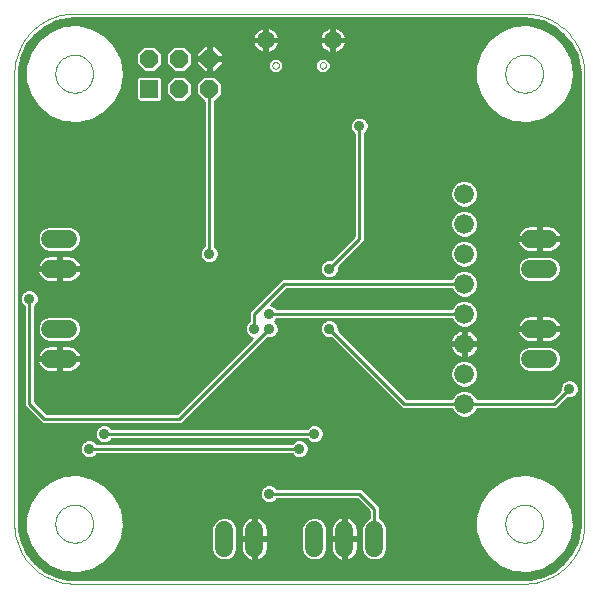
<source format=gbl>
G75*
G70*
%OFA0B0*%
%FSLAX24Y24*%
%IPPOS*%
%LPD*%
%AMOC8*
5,1,8,0,0,1.08239X$1,22.5*
%
%ADD10C,0.0000*%
%ADD11C,0.0594*%
%ADD12R,0.0600X0.0600*%
%ADD13OC8,0.0600*%
%ADD14C,0.0594*%
%ADD15C,0.0660*%
%ADD16C,0.0100*%
%ADD17C,0.0357*%
D10*
X000655Y002655D02*
X000655Y017655D01*
X002025Y017655D02*
X002027Y017705D01*
X002033Y017755D01*
X002043Y017804D01*
X002057Y017852D01*
X002074Y017899D01*
X002095Y017944D01*
X002120Y017988D01*
X002148Y018029D01*
X002180Y018068D01*
X002214Y018105D01*
X002251Y018139D01*
X002291Y018169D01*
X002333Y018196D01*
X002377Y018220D01*
X002423Y018241D01*
X002470Y018257D01*
X002518Y018270D01*
X002568Y018279D01*
X002617Y018284D01*
X002668Y018285D01*
X002718Y018282D01*
X002767Y018275D01*
X002816Y018264D01*
X002864Y018249D01*
X002910Y018231D01*
X002955Y018209D01*
X002998Y018183D01*
X003039Y018154D01*
X003078Y018122D01*
X003114Y018087D01*
X003146Y018049D01*
X003176Y018009D01*
X003203Y017966D01*
X003226Y017922D01*
X003245Y017876D01*
X003261Y017828D01*
X003273Y017779D01*
X003281Y017730D01*
X003285Y017680D01*
X003285Y017630D01*
X003281Y017580D01*
X003273Y017531D01*
X003261Y017482D01*
X003245Y017434D01*
X003226Y017388D01*
X003203Y017344D01*
X003176Y017301D01*
X003146Y017261D01*
X003114Y017223D01*
X003078Y017188D01*
X003039Y017156D01*
X002998Y017127D01*
X002955Y017101D01*
X002910Y017079D01*
X002864Y017061D01*
X002816Y017046D01*
X002767Y017035D01*
X002718Y017028D01*
X002668Y017025D01*
X002617Y017026D01*
X002568Y017031D01*
X002518Y017040D01*
X002470Y017053D01*
X002423Y017069D01*
X002377Y017090D01*
X002333Y017114D01*
X002291Y017141D01*
X002251Y017171D01*
X002214Y017205D01*
X002180Y017242D01*
X002148Y017281D01*
X002120Y017322D01*
X002095Y017366D01*
X002074Y017411D01*
X002057Y017458D01*
X002043Y017506D01*
X002033Y017555D01*
X002027Y017605D01*
X002025Y017655D01*
X000655Y017655D02*
X000657Y017750D01*
X000664Y017845D01*
X000675Y017940D01*
X000691Y018034D01*
X000711Y018127D01*
X000736Y018218D01*
X000765Y018309D01*
X000798Y018398D01*
X000836Y018486D01*
X000877Y018571D01*
X000923Y018655D01*
X000972Y018736D01*
X001026Y018815D01*
X001083Y018891D01*
X001144Y018965D01*
X001208Y019035D01*
X001275Y019102D01*
X001345Y019166D01*
X001419Y019227D01*
X001495Y019284D01*
X001574Y019338D01*
X001655Y019387D01*
X001739Y019433D01*
X001824Y019474D01*
X001912Y019512D01*
X002001Y019545D01*
X002092Y019574D01*
X002183Y019599D01*
X002276Y019619D01*
X002370Y019635D01*
X002465Y019646D01*
X002560Y019653D01*
X002655Y019655D01*
X017655Y019655D01*
X017025Y017655D02*
X017027Y017705D01*
X017033Y017755D01*
X017043Y017804D01*
X017057Y017852D01*
X017074Y017899D01*
X017095Y017944D01*
X017120Y017988D01*
X017148Y018029D01*
X017180Y018068D01*
X017214Y018105D01*
X017251Y018139D01*
X017291Y018169D01*
X017333Y018196D01*
X017377Y018220D01*
X017423Y018241D01*
X017470Y018257D01*
X017518Y018270D01*
X017568Y018279D01*
X017617Y018284D01*
X017668Y018285D01*
X017718Y018282D01*
X017767Y018275D01*
X017816Y018264D01*
X017864Y018249D01*
X017910Y018231D01*
X017955Y018209D01*
X017998Y018183D01*
X018039Y018154D01*
X018078Y018122D01*
X018114Y018087D01*
X018146Y018049D01*
X018176Y018009D01*
X018203Y017966D01*
X018226Y017922D01*
X018245Y017876D01*
X018261Y017828D01*
X018273Y017779D01*
X018281Y017730D01*
X018285Y017680D01*
X018285Y017630D01*
X018281Y017580D01*
X018273Y017531D01*
X018261Y017482D01*
X018245Y017434D01*
X018226Y017388D01*
X018203Y017344D01*
X018176Y017301D01*
X018146Y017261D01*
X018114Y017223D01*
X018078Y017188D01*
X018039Y017156D01*
X017998Y017127D01*
X017955Y017101D01*
X017910Y017079D01*
X017864Y017061D01*
X017816Y017046D01*
X017767Y017035D01*
X017718Y017028D01*
X017668Y017025D01*
X017617Y017026D01*
X017568Y017031D01*
X017518Y017040D01*
X017470Y017053D01*
X017423Y017069D01*
X017377Y017090D01*
X017333Y017114D01*
X017291Y017141D01*
X017251Y017171D01*
X017214Y017205D01*
X017180Y017242D01*
X017148Y017281D01*
X017120Y017322D01*
X017095Y017366D01*
X017074Y017411D01*
X017057Y017458D01*
X017043Y017506D01*
X017033Y017555D01*
X017027Y017605D01*
X017025Y017655D01*
X017655Y019655D02*
X017750Y019653D01*
X017845Y019646D01*
X017940Y019635D01*
X018034Y019619D01*
X018127Y019599D01*
X018218Y019574D01*
X018309Y019545D01*
X018398Y019512D01*
X018486Y019474D01*
X018571Y019433D01*
X018655Y019387D01*
X018736Y019338D01*
X018815Y019284D01*
X018891Y019227D01*
X018965Y019166D01*
X019035Y019102D01*
X019102Y019035D01*
X019166Y018965D01*
X019227Y018891D01*
X019284Y018815D01*
X019338Y018736D01*
X019387Y018655D01*
X019433Y018571D01*
X019474Y018486D01*
X019512Y018398D01*
X019545Y018309D01*
X019574Y018218D01*
X019599Y018127D01*
X019619Y018034D01*
X019635Y017940D01*
X019646Y017845D01*
X019653Y017750D01*
X019655Y017655D01*
X019655Y002655D01*
X017025Y002655D02*
X017027Y002705D01*
X017033Y002755D01*
X017043Y002804D01*
X017057Y002852D01*
X017074Y002899D01*
X017095Y002944D01*
X017120Y002988D01*
X017148Y003029D01*
X017180Y003068D01*
X017214Y003105D01*
X017251Y003139D01*
X017291Y003169D01*
X017333Y003196D01*
X017377Y003220D01*
X017423Y003241D01*
X017470Y003257D01*
X017518Y003270D01*
X017568Y003279D01*
X017617Y003284D01*
X017668Y003285D01*
X017718Y003282D01*
X017767Y003275D01*
X017816Y003264D01*
X017864Y003249D01*
X017910Y003231D01*
X017955Y003209D01*
X017998Y003183D01*
X018039Y003154D01*
X018078Y003122D01*
X018114Y003087D01*
X018146Y003049D01*
X018176Y003009D01*
X018203Y002966D01*
X018226Y002922D01*
X018245Y002876D01*
X018261Y002828D01*
X018273Y002779D01*
X018281Y002730D01*
X018285Y002680D01*
X018285Y002630D01*
X018281Y002580D01*
X018273Y002531D01*
X018261Y002482D01*
X018245Y002434D01*
X018226Y002388D01*
X018203Y002344D01*
X018176Y002301D01*
X018146Y002261D01*
X018114Y002223D01*
X018078Y002188D01*
X018039Y002156D01*
X017998Y002127D01*
X017955Y002101D01*
X017910Y002079D01*
X017864Y002061D01*
X017816Y002046D01*
X017767Y002035D01*
X017718Y002028D01*
X017668Y002025D01*
X017617Y002026D01*
X017568Y002031D01*
X017518Y002040D01*
X017470Y002053D01*
X017423Y002069D01*
X017377Y002090D01*
X017333Y002114D01*
X017291Y002141D01*
X017251Y002171D01*
X017214Y002205D01*
X017180Y002242D01*
X017148Y002281D01*
X017120Y002322D01*
X017095Y002366D01*
X017074Y002411D01*
X017057Y002458D01*
X017043Y002506D01*
X017033Y002555D01*
X017027Y002605D01*
X017025Y002655D01*
X017655Y000655D02*
X017750Y000657D01*
X017845Y000664D01*
X017940Y000675D01*
X018034Y000691D01*
X018127Y000711D01*
X018218Y000736D01*
X018309Y000765D01*
X018398Y000798D01*
X018486Y000836D01*
X018571Y000877D01*
X018655Y000923D01*
X018736Y000972D01*
X018815Y001026D01*
X018891Y001083D01*
X018965Y001144D01*
X019035Y001208D01*
X019102Y001275D01*
X019166Y001345D01*
X019227Y001419D01*
X019284Y001495D01*
X019338Y001574D01*
X019387Y001655D01*
X019433Y001739D01*
X019474Y001824D01*
X019512Y001912D01*
X019545Y002001D01*
X019574Y002092D01*
X019599Y002183D01*
X019619Y002276D01*
X019635Y002370D01*
X019646Y002465D01*
X019653Y002560D01*
X019655Y002655D01*
X017655Y000655D02*
X002655Y000655D01*
X002025Y002655D02*
X002027Y002705D01*
X002033Y002755D01*
X002043Y002804D01*
X002057Y002852D01*
X002074Y002899D01*
X002095Y002944D01*
X002120Y002988D01*
X002148Y003029D01*
X002180Y003068D01*
X002214Y003105D01*
X002251Y003139D01*
X002291Y003169D01*
X002333Y003196D01*
X002377Y003220D01*
X002423Y003241D01*
X002470Y003257D01*
X002518Y003270D01*
X002568Y003279D01*
X002617Y003284D01*
X002668Y003285D01*
X002718Y003282D01*
X002767Y003275D01*
X002816Y003264D01*
X002864Y003249D01*
X002910Y003231D01*
X002955Y003209D01*
X002998Y003183D01*
X003039Y003154D01*
X003078Y003122D01*
X003114Y003087D01*
X003146Y003049D01*
X003176Y003009D01*
X003203Y002966D01*
X003226Y002922D01*
X003245Y002876D01*
X003261Y002828D01*
X003273Y002779D01*
X003281Y002730D01*
X003285Y002680D01*
X003285Y002630D01*
X003281Y002580D01*
X003273Y002531D01*
X003261Y002482D01*
X003245Y002434D01*
X003226Y002388D01*
X003203Y002344D01*
X003176Y002301D01*
X003146Y002261D01*
X003114Y002223D01*
X003078Y002188D01*
X003039Y002156D01*
X002998Y002127D01*
X002955Y002101D01*
X002910Y002079D01*
X002864Y002061D01*
X002816Y002046D01*
X002767Y002035D01*
X002718Y002028D01*
X002668Y002025D01*
X002617Y002026D01*
X002568Y002031D01*
X002518Y002040D01*
X002470Y002053D01*
X002423Y002069D01*
X002377Y002090D01*
X002333Y002114D01*
X002291Y002141D01*
X002251Y002171D01*
X002214Y002205D01*
X002180Y002242D01*
X002148Y002281D01*
X002120Y002322D01*
X002095Y002366D01*
X002074Y002411D01*
X002057Y002458D01*
X002043Y002506D01*
X002033Y002555D01*
X002027Y002605D01*
X002025Y002655D01*
X000655Y002655D02*
X000657Y002560D01*
X000664Y002465D01*
X000675Y002370D01*
X000691Y002276D01*
X000711Y002183D01*
X000736Y002092D01*
X000765Y002001D01*
X000798Y001912D01*
X000836Y001824D01*
X000877Y001739D01*
X000923Y001655D01*
X000972Y001574D01*
X001026Y001495D01*
X001083Y001419D01*
X001144Y001345D01*
X001208Y001275D01*
X001275Y001208D01*
X001345Y001144D01*
X001419Y001083D01*
X001495Y001026D01*
X001574Y000972D01*
X001655Y000923D01*
X001739Y000877D01*
X001824Y000836D01*
X001912Y000798D01*
X002001Y000765D01*
X002092Y000736D01*
X002183Y000711D01*
X002276Y000691D01*
X002370Y000675D01*
X002465Y000664D01*
X002560Y000657D01*
X002655Y000655D01*
X009260Y017934D02*
X009262Y017954D01*
X009268Y017974D01*
X009277Y017992D01*
X009290Y018009D01*
X009305Y018022D01*
X009323Y018032D01*
X009343Y018039D01*
X009363Y018042D01*
X009383Y018041D01*
X009403Y018036D01*
X009422Y018028D01*
X009439Y018016D01*
X009453Y018001D01*
X009464Y017983D01*
X009472Y017964D01*
X009476Y017944D01*
X009476Y017924D01*
X009472Y017904D01*
X009464Y017885D01*
X009453Y017867D01*
X009439Y017852D01*
X009422Y017840D01*
X009403Y017832D01*
X009383Y017827D01*
X009363Y017826D01*
X009343Y017829D01*
X009323Y017836D01*
X009305Y017846D01*
X009290Y017859D01*
X009277Y017876D01*
X009268Y017894D01*
X009262Y017914D01*
X009260Y017934D01*
X010835Y017934D02*
X010837Y017954D01*
X010843Y017974D01*
X010852Y017992D01*
X010865Y018009D01*
X010880Y018022D01*
X010898Y018032D01*
X010918Y018039D01*
X010938Y018042D01*
X010958Y018041D01*
X010978Y018036D01*
X010997Y018028D01*
X011014Y018016D01*
X011028Y018001D01*
X011039Y017983D01*
X011047Y017964D01*
X011051Y017944D01*
X011051Y017924D01*
X011047Y017904D01*
X011039Y017885D01*
X011028Y017867D01*
X011014Y017852D01*
X010997Y017840D01*
X010978Y017832D01*
X010958Y017827D01*
X010938Y017826D01*
X010918Y017829D01*
X010898Y017836D01*
X010880Y017846D01*
X010865Y017859D01*
X010852Y017876D01*
X010843Y017894D01*
X010837Y017914D01*
X010835Y017934D01*
D11*
X011267Y018780D03*
X009043Y018780D03*
D12*
X005155Y017155D03*
D13*
X005155Y018155D03*
X006155Y018155D03*
X006155Y017155D03*
X007155Y017155D03*
X007155Y018155D03*
D14*
X002452Y012155D02*
X001858Y012155D01*
X001858Y011155D02*
X002452Y011155D01*
X002452Y009155D02*
X001858Y009155D01*
X001858Y008155D02*
X002452Y008155D01*
X007655Y002452D02*
X007655Y001858D01*
X008655Y001858D02*
X008655Y002452D01*
X010655Y002452D02*
X010655Y001858D01*
X011655Y001858D02*
X011655Y002452D01*
X012655Y002452D02*
X012655Y001858D01*
X017858Y008155D02*
X018452Y008155D01*
X018452Y009155D02*
X017858Y009155D01*
X017858Y011155D02*
X018452Y011155D01*
X018452Y012155D02*
X017858Y012155D01*
D15*
X015655Y011655D03*
X015655Y010655D03*
X015655Y009655D03*
X015655Y008655D03*
X015655Y007655D03*
X015655Y006655D03*
X015655Y012655D03*
X015655Y013655D03*
D16*
X001089Y001671D02*
X001347Y001347D01*
X001671Y001089D01*
X002044Y000909D01*
X002448Y000817D01*
X002655Y000805D01*
X017655Y000805D01*
X017862Y000817D01*
X018266Y000909D01*
X018639Y001089D01*
X018963Y001347D01*
X019222Y001671D01*
X019401Y002044D01*
X019494Y002448D01*
X019505Y002655D01*
X019505Y017593D01*
X019505Y017623D01*
X019505Y017655D01*
X019494Y017862D01*
X019401Y018266D01*
X019222Y018639D01*
X018963Y018963D01*
X018639Y019222D01*
X018266Y019401D01*
X017862Y019494D01*
X017655Y019505D01*
X002717Y019505D01*
X002702Y019505D01*
X002655Y019505D01*
X002448Y019494D01*
X002044Y019401D01*
X001671Y019222D01*
X001347Y018963D01*
X001089Y018639D01*
X000909Y018266D01*
X000817Y017862D01*
X000805Y017655D01*
X000805Y002717D01*
X000805Y002707D01*
X000805Y002655D01*
X000817Y002448D01*
X000909Y002044D01*
X001089Y001671D01*
X001113Y001641D02*
X001372Y001641D01*
X001305Y001739D02*
X001056Y001739D01*
X001008Y001838D02*
X001238Y001838D01*
X001171Y001936D02*
X000961Y001936D01*
X000913Y002035D02*
X001139Y002035D01*
X001169Y001939D02*
X001446Y001533D01*
X001830Y001226D01*
X002288Y001046D01*
X002778Y001010D01*
X002778Y001010D01*
X003258Y001119D01*
X003684Y001365D01*
X004018Y001726D01*
X004232Y002169D01*
X004305Y002655D01*
X004232Y003141D01*
X004232Y003141D01*
X004018Y003585D01*
X003684Y003945D01*
X003258Y004191D01*
X003258Y004191D01*
X002778Y004300D01*
X002288Y004264D01*
X001830Y004084D01*
X001446Y003777D01*
X001169Y003371D01*
X001024Y002901D01*
X001024Y002409D01*
X001169Y001939D01*
X001169Y001939D01*
X001109Y002133D02*
X000889Y002133D01*
X000866Y002232D02*
X001078Y002232D01*
X001048Y002330D02*
X000844Y002330D01*
X000821Y002429D02*
X001024Y002429D01*
X001024Y002527D02*
X000812Y002527D01*
X000807Y002626D02*
X001024Y002626D01*
X001024Y002725D02*
X000805Y002725D01*
X000805Y002823D02*
X001024Y002823D01*
X001030Y002922D02*
X000805Y002922D01*
X000805Y003020D02*
X001060Y003020D01*
X001091Y003119D02*
X000805Y003119D01*
X000805Y003217D02*
X001121Y003217D01*
X001151Y003316D02*
X000805Y003316D01*
X000805Y003414D02*
X001198Y003414D01*
X001169Y003371D02*
X001169Y003371D01*
X001265Y003513D02*
X000805Y003513D01*
X000805Y003611D02*
X001332Y003611D01*
X001400Y003710D02*
X000805Y003710D01*
X000805Y003809D02*
X001485Y003809D01*
X001446Y003777D02*
X001446Y003777D01*
X001608Y003907D02*
X000805Y003907D01*
X000805Y004006D02*
X001732Y004006D01*
X001830Y004084D02*
X001830Y004084D01*
X001881Y004104D02*
X000805Y004104D01*
X000805Y004203D02*
X002132Y004203D01*
X002288Y004264D02*
X002288Y004264D01*
X002778Y004300D02*
X002778Y004300D01*
X003207Y004203D02*
X017132Y004203D01*
X017288Y004264D02*
X016830Y004084D01*
X016446Y003777D01*
X016169Y003371D01*
X016024Y002901D01*
X016024Y002409D01*
X016169Y001939D01*
X016446Y001533D01*
X016830Y001226D01*
X017288Y001046D01*
X017778Y001010D01*
X017778Y001010D01*
X018258Y001119D01*
X018684Y001365D01*
X019018Y001726D01*
X019232Y002169D01*
X019305Y002655D01*
X019232Y003141D01*
X019232Y003141D01*
X019018Y003585D01*
X018684Y003945D01*
X018258Y004191D01*
X018258Y004191D01*
X017778Y004300D01*
X017288Y004264D01*
X017288Y004264D01*
X016881Y004104D02*
X003408Y004104D01*
X003579Y004006D02*
X016732Y004006D01*
X016830Y004084D02*
X016830Y004084D01*
X016608Y003907D02*
X009339Y003907D01*
X009330Y003917D02*
X009411Y003835D01*
X012081Y003835D01*
X012230Y003835D01*
X012730Y003335D01*
X012835Y003230D01*
X012835Y002839D01*
X012897Y002814D01*
X013017Y002694D01*
X013082Y002537D01*
X013082Y001773D01*
X013017Y001616D01*
X012897Y001496D01*
X012740Y001431D01*
X012570Y001431D01*
X012413Y001496D01*
X012293Y001616D01*
X012228Y001773D01*
X012228Y002537D01*
X012293Y002694D01*
X012413Y002814D01*
X012475Y002839D01*
X012475Y003081D01*
X012081Y003475D01*
X009411Y003475D01*
X009330Y003394D01*
X009216Y003347D01*
X009094Y003347D01*
X008980Y003394D01*
X008894Y003480D01*
X008847Y003594D01*
X008847Y003716D01*
X008894Y003830D01*
X008980Y003917D01*
X009094Y003964D01*
X009216Y003964D01*
X009330Y003917D01*
X008971Y003907D02*
X003719Y003907D01*
X003684Y003945D02*
X003684Y003945D01*
X003811Y003809D02*
X008885Y003809D01*
X008847Y003710D02*
X003902Y003710D01*
X003994Y003611D02*
X008847Y003611D01*
X008880Y003513D02*
X004053Y003513D01*
X004018Y003585D02*
X004018Y003585D01*
X004100Y003414D02*
X008960Y003414D01*
X009155Y003655D02*
X012155Y003655D01*
X012655Y003155D01*
X012655Y002155D01*
X012228Y002133D02*
X011704Y002133D01*
X011704Y002107D02*
X011704Y002204D01*
X012102Y002204D01*
X012102Y002487D01*
X012091Y002557D01*
X012069Y002624D01*
X012037Y002686D01*
X011996Y002743D01*
X011946Y002793D01*
X011889Y002834D01*
X011827Y002866D01*
X011760Y002888D01*
X011704Y002897D01*
X011704Y002204D01*
X011607Y002204D01*
X011607Y002897D01*
X011550Y002888D01*
X011484Y002866D01*
X011421Y002834D01*
X011364Y002793D01*
X011314Y002743D01*
X011273Y002686D01*
X011241Y002624D01*
X011219Y002557D01*
X011208Y002487D01*
X011208Y002204D01*
X011606Y002204D01*
X011606Y002107D01*
X011208Y002107D01*
X011208Y001823D01*
X011219Y001754D01*
X011241Y001687D01*
X011273Y001624D01*
X011314Y001567D01*
X011364Y001517D01*
X011421Y001476D01*
X011484Y001444D01*
X011550Y001422D01*
X011607Y001414D01*
X011607Y002106D01*
X011704Y002106D01*
X011704Y001414D01*
X011760Y001422D01*
X011827Y001444D01*
X011889Y001476D01*
X011946Y001517D01*
X011996Y001567D01*
X012037Y001624D01*
X012069Y001687D01*
X012091Y001754D01*
X012102Y001823D01*
X012102Y002107D01*
X011704Y002107D01*
X011704Y002035D02*
X011607Y002035D01*
X011606Y002133D02*
X011082Y002133D01*
X011082Y002035D02*
X011208Y002035D01*
X011208Y001936D02*
X011082Y001936D01*
X011082Y001838D02*
X011208Y001838D01*
X011224Y001739D02*
X011068Y001739D01*
X011082Y001773D02*
X011082Y002537D01*
X011017Y002694D01*
X010897Y002814D01*
X010740Y002879D01*
X010570Y002879D01*
X010413Y002814D01*
X010293Y002694D01*
X010228Y002537D01*
X010228Y001773D01*
X010293Y001616D01*
X010413Y001496D01*
X010570Y001431D01*
X010740Y001431D01*
X010897Y001496D01*
X011017Y001616D01*
X011082Y001773D01*
X011027Y001641D02*
X011264Y001641D01*
X011339Y001542D02*
X010943Y001542D01*
X010769Y001443D02*
X011486Y001443D01*
X011607Y001443D02*
X011704Y001443D01*
X011704Y001542D02*
X011607Y001542D01*
X011607Y001641D02*
X011704Y001641D01*
X011704Y001739D02*
X011607Y001739D01*
X011607Y001838D02*
X011704Y001838D01*
X011704Y001936D02*
X011607Y001936D01*
X011607Y002232D02*
X011704Y002232D01*
X011704Y002330D02*
X011607Y002330D01*
X011607Y002429D02*
X011704Y002429D01*
X011704Y002527D02*
X011607Y002527D01*
X011607Y002626D02*
X011704Y002626D01*
X011704Y002725D02*
X011607Y002725D01*
X011607Y002823D02*
X011704Y002823D01*
X011905Y002823D02*
X012436Y002823D01*
X012475Y002922D02*
X004265Y002922D01*
X004250Y003020D02*
X012475Y003020D01*
X012437Y003119D02*
X004235Y003119D01*
X004195Y003217D02*
X012338Y003217D01*
X012240Y003316D02*
X004148Y003316D01*
X004280Y002823D02*
X007436Y002823D01*
X007413Y002814D02*
X007293Y002694D01*
X007228Y002537D01*
X007228Y001773D01*
X007293Y001616D01*
X007413Y001496D01*
X007570Y001431D01*
X007740Y001431D01*
X007897Y001496D01*
X008017Y001616D01*
X008082Y001773D01*
X008082Y002537D01*
X008017Y002694D01*
X007897Y002814D01*
X007740Y002879D01*
X007570Y002879D01*
X007413Y002814D01*
X007324Y002725D02*
X004295Y002725D01*
X004301Y002626D02*
X007265Y002626D01*
X007228Y002527D02*
X004286Y002527D01*
X004271Y002429D02*
X007228Y002429D01*
X007228Y002330D02*
X004256Y002330D01*
X004241Y002232D02*
X007228Y002232D01*
X007228Y002133D02*
X004215Y002133D01*
X004232Y002169D02*
X004232Y002169D01*
X004167Y002035D02*
X007228Y002035D01*
X007228Y001936D02*
X004120Y001936D01*
X004072Y001838D02*
X007228Y001838D01*
X007242Y001739D02*
X004025Y001739D01*
X004018Y001726D02*
X004018Y001726D01*
X003939Y001641D02*
X007283Y001641D01*
X007368Y001542D02*
X003848Y001542D01*
X003757Y001443D02*
X007541Y001443D01*
X007769Y001443D02*
X008486Y001443D01*
X008484Y001444D02*
X008550Y001422D01*
X008607Y001414D01*
X008607Y002106D01*
X008704Y002106D01*
X008704Y001414D01*
X008760Y001422D01*
X008827Y001444D01*
X008889Y001476D01*
X008946Y001517D01*
X008996Y001567D01*
X009037Y001624D01*
X009069Y001687D01*
X009091Y001754D01*
X009102Y001823D01*
X009102Y002107D01*
X008704Y002107D01*
X008704Y002204D01*
X009102Y002204D01*
X009102Y002487D01*
X009091Y002557D01*
X009069Y002624D01*
X009037Y002686D01*
X008996Y002743D01*
X008946Y002793D01*
X008889Y002834D01*
X008827Y002866D01*
X008760Y002888D01*
X008704Y002897D01*
X008704Y002204D01*
X008607Y002204D01*
X008607Y002897D01*
X008550Y002888D01*
X008484Y002866D01*
X008421Y002834D01*
X008364Y002793D01*
X008314Y002743D01*
X008273Y002686D01*
X008241Y002624D01*
X008219Y002557D01*
X008208Y002487D01*
X008208Y002204D01*
X008606Y002204D01*
X008606Y002107D01*
X008208Y002107D01*
X008208Y001823D01*
X008219Y001754D01*
X008241Y001687D01*
X008273Y001624D01*
X008314Y001567D01*
X008364Y001517D01*
X008421Y001476D01*
X008484Y001444D01*
X008607Y001443D02*
X008704Y001443D01*
X008704Y001542D02*
X008607Y001542D01*
X008607Y001641D02*
X008704Y001641D01*
X008704Y001739D02*
X008607Y001739D01*
X008607Y001838D02*
X008704Y001838D01*
X008704Y001936D02*
X008607Y001936D01*
X008607Y002035D02*
X008704Y002035D01*
X008704Y002133D02*
X010228Y002133D01*
X010228Y002035D02*
X009102Y002035D01*
X009102Y001936D02*
X010228Y001936D01*
X010228Y001838D02*
X009102Y001838D01*
X009086Y001739D02*
X010242Y001739D01*
X010283Y001641D02*
X009046Y001641D01*
X008971Y001542D02*
X010368Y001542D01*
X010541Y001443D02*
X008825Y001443D01*
X008339Y001542D02*
X007943Y001542D01*
X008027Y001641D02*
X008264Y001641D01*
X008224Y001739D02*
X008068Y001739D01*
X008082Y001838D02*
X008208Y001838D01*
X008208Y001936D02*
X008082Y001936D01*
X008082Y002035D02*
X008208Y002035D01*
X008082Y002133D02*
X008606Y002133D01*
X008607Y002232D02*
X008704Y002232D01*
X008704Y002330D02*
X008607Y002330D01*
X008607Y002429D02*
X008704Y002429D01*
X008704Y002527D02*
X008607Y002527D01*
X008607Y002626D02*
X008704Y002626D01*
X008704Y002725D02*
X008607Y002725D01*
X008607Y002823D02*
X008704Y002823D01*
X008905Y002823D02*
X010436Y002823D01*
X010324Y002725D02*
X009009Y002725D01*
X009068Y002626D02*
X010265Y002626D01*
X010228Y002527D02*
X009096Y002527D01*
X009102Y002429D02*
X010228Y002429D01*
X010228Y002330D02*
X009102Y002330D01*
X009102Y002232D02*
X010228Y002232D01*
X010875Y002823D02*
X011406Y002823D01*
X011301Y002725D02*
X010986Y002725D01*
X011045Y002626D02*
X011242Y002626D01*
X011215Y002527D02*
X011082Y002527D01*
X011082Y002429D02*
X011208Y002429D01*
X011208Y002330D02*
X011082Y002330D01*
X011082Y002232D02*
X011208Y002232D01*
X011825Y001443D02*
X012541Y001443D01*
X012368Y001542D02*
X011971Y001542D01*
X012046Y001641D02*
X012283Y001641D01*
X012242Y001739D02*
X012086Y001739D01*
X012102Y001838D02*
X012228Y001838D01*
X012228Y001936D02*
X012102Y001936D01*
X012102Y002035D02*
X012228Y002035D01*
X012228Y002232D02*
X012102Y002232D01*
X012102Y002330D02*
X012228Y002330D01*
X012228Y002429D02*
X012102Y002429D01*
X012096Y002527D02*
X012228Y002527D01*
X012265Y002626D02*
X012068Y002626D01*
X012009Y002725D02*
X012324Y002725D01*
X012835Y002922D02*
X016030Y002922D01*
X016024Y002901D02*
X016024Y002901D01*
X016024Y002823D02*
X012875Y002823D01*
X012986Y002725D02*
X016024Y002725D01*
X016024Y002626D02*
X013045Y002626D01*
X013082Y002527D02*
X016024Y002527D01*
X016024Y002429D02*
X013082Y002429D01*
X013082Y002330D02*
X016048Y002330D01*
X016024Y002409D02*
X016024Y002409D01*
X016078Y002232D02*
X013082Y002232D01*
X013082Y002133D02*
X016109Y002133D01*
X016139Y002035D02*
X013082Y002035D01*
X013082Y001936D02*
X016171Y001936D01*
X016169Y001939D02*
X016169Y001939D01*
X016238Y001838D02*
X013082Y001838D01*
X013068Y001739D02*
X016305Y001739D01*
X016372Y001641D02*
X013027Y001641D01*
X012943Y001542D02*
X016439Y001542D01*
X016446Y001533D02*
X016446Y001533D01*
X016446Y001533D01*
X016558Y001443D02*
X012769Y001443D01*
X012835Y003020D02*
X016060Y003020D01*
X016091Y003119D02*
X012835Y003119D01*
X012835Y003217D02*
X016121Y003217D01*
X016151Y003316D02*
X012749Y003316D01*
X012650Y003414D02*
X016198Y003414D01*
X016169Y003371D02*
X016169Y003371D01*
X016265Y003513D02*
X012552Y003513D01*
X012453Y003611D02*
X016332Y003611D01*
X016400Y003710D02*
X012355Y003710D01*
X012256Y003809D02*
X016485Y003809D01*
X016446Y003777D02*
X016446Y003777D01*
X016446Y003777D01*
X017778Y004300D02*
X017778Y004300D01*
X018207Y004203D02*
X019505Y004203D01*
X019505Y004301D02*
X000805Y004301D01*
X000805Y004400D02*
X019505Y004400D01*
X019505Y004498D02*
X000805Y004498D01*
X000805Y004597D02*
X019505Y004597D01*
X019505Y004695D02*
X000805Y004695D01*
X000805Y004794D02*
X019505Y004794D01*
X019505Y004892D02*
X010327Y004892D01*
X010330Y004894D02*
X010417Y004980D01*
X010464Y005094D01*
X010464Y005216D01*
X010417Y005330D01*
X010330Y005417D01*
X010216Y005464D01*
X010094Y005464D01*
X009980Y005417D01*
X009899Y005335D01*
X003411Y005335D01*
X003330Y005417D01*
X003216Y005464D01*
X003094Y005464D01*
X002980Y005417D01*
X002894Y005330D01*
X002847Y005216D01*
X002847Y005094D01*
X002894Y004980D01*
X002980Y004894D01*
X003094Y004847D01*
X003216Y004847D01*
X003330Y004894D01*
X003411Y004975D01*
X009899Y004975D01*
X009980Y004894D01*
X010094Y004847D01*
X010216Y004847D01*
X010330Y004894D01*
X010421Y004991D02*
X019505Y004991D01*
X019505Y005090D02*
X010462Y005090D01*
X010464Y005188D02*
X019505Y005188D01*
X019505Y005287D02*
X010434Y005287D01*
X010480Y005394D02*
X010594Y005347D01*
X010716Y005347D01*
X010830Y005394D01*
X010917Y005480D01*
X010964Y005594D01*
X010964Y005716D01*
X010917Y005830D01*
X010830Y005917D01*
X010716Y005964D01*
X010594Y005964D01*
X010480Y005917D01*
X010399Y005835D01*
X003911Y005835D01*
X003830Y005917D01*
X003716Y005964D01*
X003594Y005964D01*
X003480Y005917D01*
X003394Y005830D01*
X003347Y005716D01*
X003347Y005594D01*
X003394Y005480D01*
X003480Y005394D01*
X003594Y005347D01*
X003716Y005347D01*
X003830Y005394D01*
X003911Y005475D01*
X010399Y005475D01*
X010480Y005394D01*
X010501Y005385D02*
X010361Y005385D01*
X010155Y005155D02*
X003155Y005155D01*
X002876Y005287D02*
X000805Y005287D01*
X000805Y005385D02*
X002949Y005385D01*
X002847Y005188D02*
X000805Y005188D01*
X000805Y005090D02*
X002848Y005090D01*
X002889Y004991D02*
X000805Y004991D01*
X000805Y004892D02*
X002983Y004892D01*
X003327Y004892D02*
X009983Y004892D01*
X009949Y005385D02*
X003809Y005385D01*
X003501Y005385D02*
X003361Y005385D01*
X003392Y005484D02*
X000805Y005484D01*
X000805Y005582D02*
X003351Y005582D01*
X003347Y005681D02*
X000805Y005681D01*
X000805Y005779D02*
X003373Y005779D01*
X003442Y005878D02*
X000805Y005878D01*
X000805Y005976D02*
X001579Y005976D01*
X001581Y005975D02*
X006081Y005975D01*
X006230Y005975D01*
X009101Y008847D01*
X009216Y008847D01*
X009330Y008894D01*
X009417Y008980D01*
X009464Y009094D01*
X009464Y009216D01*
X009417Y009330D01*
X009341Y009405D01*
X009411Y009475D01*
X015232Y009475D01*
X015265Y009395D01*
X015395Y009265D01*
X015564Y009195D01*
X015747Y009195D01*
X015916Y009265D01*
X016045Y009395D01*
X016115Y009564D01*
X016115Y009747D01*
X016045Y009916D01*
X015916Y010045D01*
X015747Y010115D01*
X015564Y010115D01*
X015395Y010045D01*
X015265Y009916D01*
X015232Y009835D01*
X009411Y009835D01*
X009330Y009917D01*
X009218Y009963D01*
X009730Y010475D01*
X015232Y010475D01*
X015265Y010395D01*
X015395Y010265D01*
X015564Y010195D01*
X015747Y010195D01*
X015916Y010265D01*
X016045Y010395D01*
X016115Y010564D01*
X016115Y010747D01*
X016045Y010916D01*
X015916Y011045D01*
X015747Y011115D01*
X015564Y011115D01*
X015395Y011045D01*
X015265Y010916D01*
X015232Y010835D01*
X009581Y010835D01*
X009475Y010730D01*
X008475Y009730D01*
X008475Y009581D01*
X008475Y009411D01*
X008394Y009330D01*
X008347Y009216D01*
X008347Y009094D01*
X008394Y008980D01*
X008480Y008894D01*
X008593Y008847D01*
X006081Y006335D01*
X001730Y006335D01*
X001335Y006730D01*
X001335Y009899D01*
X001417Y009980D01*
X001464Y010094D01*
X001464Y010216D01*
X001417Y010330D01*
X001330Y010417D01*
X001216Y010464D01*
X001094Y010464D01*
X000980Y010417D01*
X000894Y010330D01*
X000847Y010216D01*
X000847Y010094D01*
X000894Y009980D01*
X000975Y009899D01*
X000975Y006730D01*
X000975Y006581D01*
X001475Y006081D01*
X001581Y005975D01*
X001481Y006075D02*
X000805Y006075D01*
X000805Y006174D02*
X001382Y006174D01*
X001284Y006272D02*
X000805Y006272D01*
X000805Y006371D02*
X001185Y006371D01*
X001086Y006469D02*
X000805Y006469D01*
X000805Y006568D02*
X000988Y006568D01*
X000975Y006666D02*
X000805Y006666D01*
X000805Y006765D02*
X000975Y006765D01*
X000975Y006863D02*
X000805Y006863D01*
X000805Y006962D02*
X000975Y006962D01*
X000975Y007060D02*
X000805Y007060D01*
X000805Y007159D02*
X000975Y007159D01*
X000975Y007258D02*
X000805Y007258D01*
X000805Y007356D02*
X000975Y007356D01*
X000975Y007455D02*
X000805Y007455D01*
X000805Y007553D02*
X000975Y007553D01*
X000975Y007652D02*
X000805Y007652D01*
X000805Y007750D02*
X000975Y007750D01*
X000975Y007849D02*
X000805Y007849D01*
X000805Y007947D02*
X000975Y007947D01*
X000975Y008046D02*
X000805Y008046D01*
X000805Y008144D02*
X000975Y008144D01*
X000975Y008243D02*
X000805Y008243D01*
X000805Y008341D02*
X000975Y008341D01*
X000975Y008440D02*
X000805Y008440D01*
X000805Y008539D02*
X000975Y008539D01*
X000975Y008637D02*
X000805Y008637D01*
X000805Y008736D02*
X000975Y008736D01*
X000975Y008834D02*
X000805Y008834D01*
X000805Y008933D02*
X000975Y008933D01*
X000975Y009031D02*
X000805Y009031D01*
X000805Y009130D02*
X000975Y009130D01*
X000975Y009228D02*
X000805Y009228D01*
X000805Y009327D02*
X000975Y009327D01*
X000975Y009425D02*
X000805Y009425D01*
X000805Y009524D02*
X000975Y009524D01*
X000975Y009623D02*
X000805Y009623D01*
X000805Y009721D02*
X000975Y009721D01*
X000975Y009820D02*
X000805Y009820D01*
X000805Y009918D02*
X000956Y009918D01*
X000879Y010017D02*
X000805Y010017D01*
X000805Y010115D02*
X000847Y010115D01*
X000847Y010214D02*
X000805Y010214D01*
X000805Y010312D02*
X000886Y010312D01*
X000805Y010411D02*
X000975Y010411D01*
X000805Y010509D02*
X009255Y010509D01*
X009156Y010411D02*
X001335Y010411D01*
X001424Y010312D02*
X009058Y010312D01*
X008959Y010214D02*
X001464Y010214D01*
X001464Y010115D02*
X008861Y010115D01*
X008762Y010017D02*
X001432Y010017D01*
X001354Y009918D02*
X008664Y009918D01*
X008565Y009820D02*
X001335Y009820D01*
X001335Y009721D02*
X008475Y009721D01*
X008475Y009623D02*
X001335Y009623D01*
X001335Y009524D02*
X001634Y009524D01*
X001616Y009517D02*
X001773Y009582D01*
X002537Y009582D01*
X002694Y009517D01*
X002814Y009397D01*
X002879Y009240D01*
X002879Y009070D01*
X002814Y008913D01*
X002694Y008793D01*
X002537Y008728D01*
X001773Y008728D01*
X001616Y008793D01*
X001496Y008913D01*
X001431Y009070D01*
X001431Y009240D01*
X001496Y009397D01*
X001616Y009517D01*
X001525Y009425D02*
X001335Y009425D01*
X001335Y009327D02*
X001467Y009327D01*
X001431Y009228D02*
X001335Y009228D01*
X001335Y009130D02*
X001431Y009130D01*
X001448Y009031D02*
X001335Y009031D01*
X001335Y008933D02*
X001488Y008933D01*
X001575Y008834D02*
X001335Y008834D01*
X001335Y008736D02*
X001755Y008736D01*
X001754Y008591D02*
X001687Y008569D01*
X001624Y008537D01*
X001567Y008496D01*
X001517Y008446D01*
X001476Y008389D01*
X001444Y008327D01*
X001422Y008260D01*
X001414Y008204D01*
X002106Y008204D01*
X002106Y008107D01*
X001414Y008107D01*
X001422Y008050D01*
X001444Y007984D01*
X001476Y007921D01*
X001517Y007864D01*
X001567Y007814D01*
X001624Y007773D01*
X001687Y007741D01*
X001754Y007719D01*
X001823Y007708D01*
X002107Y007708D01*
X002107Y008106D01*
X002204Y008106D01*
X002204Y007708D01*
X002487Y007708D01*
X002557Y007719D01*
X002624Y007741D01*
X002686Y007773D01*
X002743Y007814D01*
X002793Y007864D01*
X002834Y007921D01*
X002866Y007984D01*
X002888Y008050D01*
X002897Y008107D01*
X002204Y008107D01*
X002204Y008204D01*
X002107Y008204D01*
X002107Y008602D01*
X001823Y008602D01*
X001754Y008591D01*
X001627Y008539D02*
X001335Y008539D01*
X001335Y008637D02*
X008383Y008637D01*
X008481Y008736D02*
X002555Y008736D01*
X002557Y008591D02*
X002487Y008602D01*
X002204Y008602D01*
X002204Y008204D01*
X002897Y008204D01*
X002888Y008260D01*
X002866Y008327D01*
X002834Y008389D01*
X002793Y008446D01*
X002743Y008496D01*
X002686Y008537D01*
X002624Y008569D01*
X002557Y008591D01*
X002684Y008539D02*
X008284Y008539D01*
X008186Y008440D02*
X002797Y008440D01*
X002859Y008341D02*
X008087Y008341D01*
X007988Y008243D02*
X002890Y008243D01*
X002886Y008046D02*
X007791Y008046D01*
X007693Y007947D02*
X002848Y007947D01*
X002778Y007849D02*
X007594Y007849D01*
X007496Y007750D02*
X002642Y007750D01*
X002204Y007750D02*
X002107Y007750D01*
X002107Y007849D02*
X002204Y007849D01*
X002204Y007947D02*
X002107Y007947D01*
X002107Y008046D02*
X002204Y008046D01*
X002204Y008144D02*
X007890Y008144D01*
X008103Y007849D02*
X012207Y007849D01*
X012108Y007947D02*
X008202Y007947D01*
X008300Y008046D02*
X012010Y008046D01*
X011911Y008144D02*
X008399Y008144D01*
X008497Y008243D02*
X011813Y008243D01*
X011714Y008341D02*
X008596Y008341D01*
X008695Y008440D02*
X011616Y008440D01*
X011517Y008539D02*
X008793Y008539D01*
X008892Y008637D02*
X011419Y008637D01*
X011320Y008736D02*
X008990Y008736D01*
X009089Y008834D02*
X011221Y008834D01*
X011209Y008847D02*
X013581Y006475D01*
X013730Y006475D01*
X015232Y006475D01*
X015265Y006395D01*
X015395Y006265D01*
X015564Y006195D01*
X015747Y006195D01*
X015916Y006265D01*
X016045Y006395D01*
X016078Y006475D01*
X018581Y006475D01*
X018730Y006475D01*
X019101Y006847D01*
X019216Y006847D01*
X019330Y006894D01*
X019417Y006980D01*
X019464Y007094D01*
X019464Y007216D01*
X019417Y007330D01*
X019330Y007417D01*
X019216Y007464D01*
X019094Y007464D01*
X018980Y007417D01*
X018894Y007330D01*
X018847Y007216D01*
X018847Y007101D01*
X018581Y006835D01*
X016078Y006835D01*
X016045Y006916D01*
X015916Y007045D01*
X015747Y007115D01*
X015564Y007115D01*
X015395Y007045D01*
X015265Y006916D01*
X015232Y006835D01*
X013730Y006835D01*
X011464Y009101D01*
X011464Y009216D01*
X011417Y009330D01*
X011330Y009417D01*
X011216Y009464D01*
X011094Y009464D01*
X010980Y009417D01*
X010894Y009330D01*
X010847Y009216D01*
X010847Y009094D01*
X010894Y008980D01*
X010980Y008894D01*
X011094Y008847D01*
X011209Y008847D01*
X011533Y009031D02*
X015356Y009031D01*
X015342Y009021D02*
X015289Y008968D01*
X015245Y008907D01*
X015210Y008839D01*
X015187Y008768D01*
X015177Y008704D01*
X015606Y008704D01*
X015606Y008607D01*
X015177Y008607D01*
X015187Y008543D01*
X015210Y008471D01*
X015245Y008404D01*
X015289Y008342D01*
X015342Y008289D01*
X015404Y008245D01*
X015471Y008210D01*
X015543Y008187D01*
X015607Y008177D01*
X015607Y008606D01*
X015704Y008606D01*
X015704Y008177D01*
X015768Y008187D01*
X015839Y008210D01*
X015907Y008245D01*
X015968Y008289D01*
X016021Y008342D01*
X016066Y008404D01*
X016100Y008471D01*
X016123Y008543D01*
X016133Y008607D01*
X015704Y008607D01*
X015704Y008704D01*
X015607Y008704D01*
X015607Y009133D01*
X015543Y009123D01*
X015471Y009100D01*
X015404Y009066D01*
X015342Y009021D01*
X015264Y008933D02*
X011632Y008933D01*
X011731Y008834D02*
X015209Y008834D01*
X015182Y008736D02*
X011829Y008736D01*
X011928Y008637D02*
X015606Y008637D01*
X015704Y008637D02*
X019505Y008637D01*
X019505Y008539D02*
X018642Y008539D01*
X018694Y008517D02*
X018537Y008582D01*
X017773Y008582D01*
X017616Y008517D01*
X017496Y008397D01*
X017431Y008240D01*
X017431Y008070D01*
X017496Y007913D01*
X017616Y007793D01*
X017773Y007728D01*
X018537Y007728D01*
X018694Y007793D01*
X018814Y007913D01*
X018879Y008070D01*
X018879Y008240D01*
X018814Y008397D01*
X018694Y008517D01*
X018771Y008440D02*
X019505Y008440D01*
X019505Y008341D02*
X018837Y008341D01*
X018878Y008243D02*
X019505Y008243D01*
X019505Y008144D02*
X018879Y008144D01*
X018869Y008046D02*
X019505Y008046D01*
X019505Y007947D02*
X018828Y007947D01*
X018749Y007849D02*
X019505Y007849D01*
X019505Y007750D02*
X018590Y007750D01*
X018920Y007356D02*
X016007Y007356D01*
X016045Y007395D02*
X015916Y007265D01*
X015747Y007195D01*
X015564Y007195D01*
X015395Y007265D01*
X015265Y007395D01*
X015195Y007564D01*
X015195Y007747D01*
X015265Y007916D01*
X015395Y008045D01*
X015564Y008115D01*
X015747Y008115D01*
X015916Y008045D01*
X016045Y007916D01*
X016115Y007747D01*
X016115Y007564D01*
X016045Y007395D01*
X016070Y007455D02*
X019072Y007455D01*
X019238Y007455D02*
X019505Y007455D01*
X019505Y007553D02*
X016111Y007553D01*
X016115Y007652D02*
X019505Y007652D01*
X019505Y007356D02*
X019390Y007356D01*
X019446Y007258D02*
X019505Y007258D01*
X019505Y007159D02*
X019464Y007159D01*
X019450Y007060D02*
X019505Y007060D01*
X019505Y006962D02*
X019398Y006962D01*
X019505Y006863D02*
X019257Y006863D01*
X019019Y006765D02*
X019505Y006765D01*
X019505Y006666D02*
X018921Y006666D01*
X018822Y006568D02*
X019505Y006568D01*
X019505Y006469D02*
X016076Y006469D01*
X016021Y006371D02*
X019505Y006371D01*
X019505Y006272D02*
X015923Y006272D01*
X015655Y006655D02*
X018655Y006655D01*
X019155Y007155D01*
X018847Y007159D02*
X013406Y007159D01*
X013504Y007060D02*
X015432Y007060D01*
X015311Y006962D02*
X013603Y006962D01*
X013701Y006863D02*
X015244Y006863D01*
X015234Y006469D02*
X006724Y006469D01*
X006822Y006568D02*
X013488Y006568D01*
X013389Y006666D02*
X006921Y006666D01*
X007019Y006765D02*
X013291Y006765D01*
X013192Y006863D02*
X007118Y006863D01*
X007216Y006962D02*
X013094Y006962D01*
X012995Y007060D02*
X007315Y007060D01*
X007414Y007159D02*
X012897Y007159D01*
X012798Y007258D02*
X007512Y007258D01*
X007611Y007356D02*
X012700Y007356D01*
X012601Y007455D02*
X007709Y007455D01*
X007808Y007553D02*
X012503Y007553D01*
X012404Y007652D02*
X007906Y007652D01*
X008005Y007750D02*
X012305Y007750D01*
X012519Y008046D02*
X015397Y008046D01*
X015297Y007947D02*
X012617Y007947D01*
X012716Y007849D02*
X015237Y007849D01*
X015197Y007750D02*
X012814Y007750D01*
X012913Y007652D02*
X015195Y007652D01*
X015199Y007553D02*
X013012Y007553D01*
X013110Y007455D02*
X015240Y007455D01*
X015304Y007356D02*
X013209Y007356D01*
X013307Y007258D02*
X015413Y007258D01*
X015897Y007258D02*
X018864Y007258D01*
X018806Y007060D02*
X015879Y007060D01*
X015999Y006962D02*
X018707Y006962D01*
X018609Y006863D02*
X016067Y006863D01*
X015655Y006655D02*
X013655Y006655D01*
X011155Y009155D01*
X010873Y009031D02*
X009438Y009031D01*
X009464Y009130D02*
X010847Y009130D01*
X010852Y009228D02*
X009459Y009228D01*
X009418Y009327D02*
X010892Y009327D01*
X011002Y009425D02*
X009362Y009425D01*
X009155Y009655D02*
X015655Y009655D01*
X016043Y009918D02*
X019505Y009918D01*
X019505Y009820D02*
X016085Y009820D01*
X016115Y009721D02*
X019505Y009721D01*
X019505Y009623D02*
X016115Y009623D01*
X016099Y009524D02*
X017606Y009524D01*
X017624Y009537D02*
X017567Y009496D01*
X017517Y009446D01*
X017476Y009389D01*
X017444Y009327D01*
X015977Y009327D01*
X016058Y009425D02*
X017502Y009425D01*
X017444Y009327D02*
X017422Y009260D01*
X017414Y009204D01*
X018106Y009204D01*
X018106Y009107D01*
X017414Y009107D01*
X017422Y009050D01*
X017444Y008984D01*
X017476Y008921D01*
X017517Y008864D01*
X017567Y008814D01*
X017624Y008773D01*
X017687Y008741D01*
X017754Y008719D01*
X017823Y008708D01*
X018107Y008708D01*
X018107Y009106D01*
X018204Y009106D01*
X018204Y008708D01*
X018487Y008708D01*
X018557Y008719D01*
X018624Y008741D01*
X018686Y008773D01*
X018743Y008814D01*
X018793Y008864D01*
X018834Y008921D01*
X018866Y008984D01*
X018888Y009050D01*
X018897Y009107D01*
X018204Y009107D01*
X018204Y009204D01*
X018107Y009204D01*
X018107Y009602D01*
X017823Y009602D01*
X017754Y009591D01*
X017687Y009569D01*
X017624Y009537D01*
X017417Y009228D02*
X015827Y009228D01*
X015768Y009123D02*
X015704Y009133D01*
X015704Y008704D01*
X016133Y008704D01*
X016123Y008768D01*
X016100Y008839D01*
X016066Y008907D01*
X016021Y008968D01*
X015968Y009021D01*
X015907Y009066D01*
X015839Y009100D01*
X015768Y009123D01*
X015726Y009130D02*
X018106Y009130D01*
X018204Y009130D02*
X019505Y009130D01*
X019505Y009228D02*
X018893Y009228D01*
X018897Y009204D02*
X018888Y009260D01*
X018866Y009327D01*
X019505Y009327D01*
X019505Y009425D02*
X018808Y009425D01*
X018793Y009446D02*
X018743Y009496D01*
X018686Y009537D01*
X018624Y009569D01*
X018557Y009591D01*
X018487Y009602D01*
X018204Y009602D01*
X018204Y009204D01*
X018897Y009204D01*
X018866Y009327D02*
X018834Y009389D01*
X018793Y009446D01*
X018704Y009524D02*
X019505Y009524D01*
X019505Y009031D02*
X018882Y009031D01*
X018840Y008933D02*
X019505Y008933D01*
X019505Y008834D02*
X018763Y008834D01*
X018607Y008736D02*
X019505Y008736D01*
X019505Y010017D02*
X015944Y010017D01*
X015792Y010214D02*
X019505Y010214D01*
X019505Y010312D02*
X015963Y010312D01*
X016052Y010411D02*
X019505Y010411D01*
X019505Y010509D02*
X016093Y010509D01*
X016115Y010608D02*
X019505Y010608D01*
X019505Y010707D02*
X016115Y010707D01*
X016091Y010805D02*
X017605Y010805D01*
X017616Y010793D02*
X017773Y010728D01*
X018537Y010728D01*
X018694Y010793D01*
X018814Y010913D01*
X018879Y011070D01*
X018879Y011240D01*
X018814Y011397D01*
X018694Y011517D01*
X018537Y011582D01*
X017773Y011582D01*
X017616Y011517D01*
X017496Y011397D01*
X017431Y011240D01*
X017431Y011070D01*
X017496Y010913D01*
X017616Y010793D01*
X017506Y010904D02*
X016050Y010904D01*
X015959Y011002D02*
X017460Y011002D01*
X017431Y011101D02*
X015781Y011101D01*
X015747Y011195D02*
X015564Y011195D01*
X015395Y011265D01*
X015265Y011395D01*
X015195Y011564D01*
X015195Y011747D01*
X015265Y011916D01*
X015395Y012045D01*
X015564Y012115D01*
X015747Y012115D01*
X015916Y012045D01*
X016045Y011916D01*
X016115Y011747D01*
X016115Y011564D01*
X016045Y011395D01*
X015916Y011265D01*
X015747Y011195D01*
X015757Y011199D02*
X017431Y011199D01*
X017455Y011298D02*
X015948Y011298D01*
X016046Y011396D02*
X017496Y011396D01*
X017594Y011495D02*
X016087Y011495D01*
X016115Y011593D02*
X019505Y011593D01*
X019505Y011495D02*
X018716Y011495D01*
X018814Y011396D02*
X019505Y011396D01*
X019505Y011298D02*
X018855Y011298D01*
X018879Y011199D02*
X019505Y011199D01*
X019505Y011101D02*
X018879Y011101D01*
X018851Y011002D02*
X019505Y011002D01*
X019505Y010904D02*
X018804Y010904D01*
X018706Y010805D02*
X019505Y010805D01*
X019505Y010115D02*
X009370Y010115D01*
X009271Y010017D02*
X015366Y010017D01*
X015268Y009918D02*
X009326Y009918D01*
X009468Y010214D02*
X015518Y010214D01*
X015347Y010312D02*
X009567Y010312D01*
X009665Y010411D02*
X015258Y010411D01*
X015655Y010655D02*
X009655Y010655D01*
X008655Y009655D01*
X008655Y009155D01*
X008373Y009031D02*
X002863Y009031D01*
X002879Y009130D02*
X008347Y009130D01*
X008352Y009228D02*
X002879Y009228D01*
X002843Y009327D02*
X008392Y009327D01*
X008475Y009425D02*
X002785Y009425D01*
X002677Y009524D02*
X008475Y009524D01*
X008441Y008933D02*
X002822Y008933D01*
X002735Y008834D02*
X008580Y008834D01*
X009155Y009155D02*
X006155Y006155D01*
X001655Y006155D01*
X001155Y006655D01*
X001155Y010155D01*
X000805Y010608D02*
X009353Y010608D01*
X009452Y010707D02*
X000805Y010707D01*
X000805Y010805D02*
X001580Y010805D01*
X001567Y010814D02*
X001624Y010773D01*
X001687Y010741D01*
X001754Y010719D01*
X001823Y010708D01*
X002107Y010708D01*
X002107Y011106D01*
X002204Y011106D01*
X002204Y010708D01*
X002487Y010708D01*
X002557Y010719D01*
X002624Y010741D01*
X002686Y010773D01*
X002743Y010814D01*
X002793Y010864D01*
X002834Y010921D01*
X002866Y010984D01*
X002888Y011050D01*
X002897Y011107D01*
X002204Y011107D01*
X002204Y011204D01*
X002107Y011204D01*
X002107Y011602D01*
X001823Y011602D01*
X001754Y011591D01*
X001687Y011569D01*
X001624Y011537D01*
X001567Y011496D01*
X001517Y011446D01*
X001476Y011389D01*
X001444Y011327D01*
X001422Y011260D01*
X001414Y011204D01*
X002106Y011204D01*
X002106Y011107D01*
X001414Y011107D01*
X001422Y011050D01*
X001444Y010984D01*
X001476Y010921D01*
X001517Y010864D01*
X001567Y010814D01*
X001489Y010904D02*
X000805Y010904D01*
X000805Y011002D02*
X001438Y011002D01*
X001414Y011101D02*
X000805Y011101D01*
X000805Y011199D02*
X002106Y011199D01*
X002204Y011204D02*
X002204Y011602D01*
X002487Y011602D01*
X002557Y011591D01*
X002624Y011569D01*
X002686Y011537D01*
X002743Y011496D01*
X002793Y011446D01*
X002834Y011389D01*
X002866Y011327D01*
X002888Y011260D01*
X002897Y011204D01*
X002204Y011204D01*
X002204Y011199D02*
X010847Y011199D01*
X010847Y011216D02*
X010847Y011094D01*
X010894Y010980D01*
X010980Y010894D01*
X011094Y010847D01*
X011216Y010847D01*
X011330Y010894D01*
X011417Y010980D01*
X011464Y011094D01*
X011464Y011209D01*
X012335Y012081D01*
X012335Y012230D01*
X012335Y015649D01*
X012417Y015730D01*
X012464Y015844D01*
X012464Y015966D01*
X012417Y016080D01*
X012330Y016167D01*
X012216Y016214D01*
X012094Y016214D01*
X011980Y016167D01*
X011894Y016080D01*
X011847Y015966D01*
X011847Y015844D01*
X011894Y015730D01*
X011975Y015649D01*
X011975Y012230D01*
X011209Y011464D01*
X011094Y011464D01*
X010980Y011417D01*
X010894Y011330D01*
X010847Y011216D01*
X010880Y011298D02*
X002875Y011298D01*
X002829Y011396D02*
X006978Y011396D01*
X006980Y011394D02*
X007094Y011347D01*
X007216Y011347D01*
X007330Y011394D01*
X007417Y011480D01*
X007464Y011594D01*
X007464Y011716D01*
X007417Y011830D01*
X007335Y011911D01*
X007335Y016727D01*
X007585Y016977D01*
X007585Y017333D01*
X007333Y017585D01*
X006977Y017585D01*
X006725Y017333D01*
X006725Y016977D01*
X006975Y016727D01*
X006975Y011911D01*
X006894Y011830D01*
X006847Y011716D01*
X006847Y011594D01*
X006894Y011480D01*
X006980Y011394D01*
X006888Y011495D02*
X002744Y011495D01*
X002541Y011593D02*
X006847Y011593D01*
X006847Y011692D02*
X000805Y011692D01*
X000805Y011791D02*
X001623Y011791D01*
X001616Y011793D02*
X001773Y011728D01*
X002537Y011728D01*
X002694Y011793D01*
X002814Y011913D01*
X002879Y012070D01*
X002879Y012240D01*
X002814Y012397D01*
X002694Y012517D01*
X002537Y012582D01*
X001773Y012582D01*
X001616Y012517D01*
X001496Y012397D01*
X001431Y012240D01*
X001431Y012070D01*
X001496Y011913D01*
X001616Y011793D01*
X001521Y011889D02*
X000805Y011889D01*
X000805Y011988D02*
X001466Y011988D01*
X001431Y012086D02*
X000805Y012086D01*
X000805Y012185D02*
X001431Y012185D01*
X001449Y012283D02*
X000805Y012283D01*
X000805Y012382D02*
X001490Y012382D01*
X001580Y012480D02*
X000805Y012480D01*
X000805Y012579D02*
X001766Y012579D01*
X002544Y012579D02*
X006975Y012579D01*
X006975Y012677D02*
X000805Y012677D01*
X000805Y012776D02*
X006975Y012776D01*
X006975Y012874D02*
X000805Y012874D01*
X000805Y012973D02*
X006975Y012973D01*
X006975Y013072D02*
X000805Y013072D01*
X000805Y013170D02*
X006975Y013170D01*
X006975Y013269D02*
X000805Y013269D01*
X000805Y013367D02*
X006975Y013367D01*
X006975Y013466D02*
X000805Y013466D01*
X000805Y013564D02*
X006975Y013564D01*
X006975Y013663D02*
X000805Y013663D01*
X000805Y013761D02*
X006975Y013761D01*
X006975Y013860D02*
X000805Y013860D01*
X000805Y013958D02*
X006975Y013958D01*
X006975Y014057D02*
X000805Y014057D01*
X000805Y014156D02*
X006975Y014156D01*
X006975Y014254D02*
X000805Y014254D01*
X000805Y014353D02*
X006975Y014353D01*
X006975Y014451D02*
X000805Y014451D01*
X000805Y014550D02*
X006975Y014550D01*
X006975Y014648D02*
X000805Y014648D01*
X000805Y014747D02*
X006975Y014747D01*
X006975Y014845D02*
X000805Y014845D01*
X000805Y014944D02*
X006975Y014944D01*
X006975Y015042D02*
X000805Y015042D01*
X000805Y015141D02*
X006975Y015141D01*
X006975Y015240D02*
X000805Y015240D01*
X000805Y015338D02*
X006975Y015338D01*
X006975Y015437D02*
X000805Y015437D01*
X000805Y015535D02*
X006975Y015535D01*
X006975Y015634D02*
X000805Y015634D01*
X000805Y015732D02*
X006975Y015732D01*
X006975Y015831D02*
X000805Y015831D01*
X000805Y015929D02*
X006975Y015929D01*
X006975Y016028D02*
X002858Y016028D01*
X002778Y016010D02*
X003258Y016119D01*
X003684Y016365D01*
X003684Y016365D01*
X004018Y016726D01*
X004232Y017169D01*
X004305Y017655D01*
X004232Y018141D01*
X004232Y018141D01*
X004018Y018585D01*
X003684Y018945D01*
X003258Y019191D01*
X003258Y019191D01*
X002778Y019300D01*
X002288Y019264D01*
X001830Y019084D01*
X001446Y018777D01*
X001169Y018371D01*
X001024Y017901D01*
X001024Y017409D01*
X001169Y016939D01*
X001446Y016533D01*
X001830Y016226D01*
X002288Y016046D01*
X002778Y016010D01*
X002778Y016010D01*
X002536Y016028D02*
X000805Y016028D01*
X000805Y016126D02*
X002084Y016126D01*
X002288Y016046D02*
X002288Y016046D01*
X001833Y016225D02*
X000805Y016225D01*
X000805Y016324D02*
X001708Y016324D01*
X001830Y016226D02*
X001830Y016226D01*
X001584Y016422D02*
X000805Y016422D01*
X000805Y016521D02*
X001461Y016521D01*
X001446Y016533D02*
X001446Y016533D01*
X001446Y016533D01*
X001387Y016619D02*
X000805Y016619D01*
X000805Y016718D02*
X001320Y016718D01*
X001252Y016816D02*
X000805Y016816D01*
X000805Y016915D02*
X001185Y016915D01*
X001169Y016939D02*
X001169Y016939D01*
X001146Y017013D02*
X000805Y017013D01*
X000805Y017112D02*
X001115Y017112D01*
X001085Y017210D02*
X000805Y017210D01*
X000805Y017309D02*
X001054Y017309D01*
X001024Y017407D02*
X000805Y017407D01*
X000805Y017506D02*
X001024Y017506D01*
X001024Y017409D02*
X001024Y017409D01*
X001024Y017605D02*
X000805Y017605D01*
X000808Y017703D02*
X001024Y017703D01*
X001024Y017802D02*
X000813Y017802D01*
X000825Y017900D02*
X001024Y017900D01*
X001024Y017901D02*
X001024Y017901D01*
X001054Y017999D02*
X000848Y017999D01*
X000870Y018097D02*
X001084Y018097D01*
X001114Y018196D02*
X000893Y018196D01*
X000922Y018294D02*
X001145Y018294D01*
X001169Y018371D02*
X001169Y018371D01*
X001183Y018393D02*
X000970Y018393D01*
X001017Y018491D02*
X001251Y018491D01*
X001318Y018590D02*
X001065Y018590D01*
X001128Y018689D02*
X001385Y018689D01*
X001446Y018777D02*
X001446Y018777D01*
X001458Y018787D02*
X001206Y018787D01*
X001285Y018886D02*
X001581Y018886D01*
X001705Y018984D02*
X001373Y018984D01*
X001497Y019083D02*
X001828Y019083D01*
X001830Y019084D02*
X001830Y019084D01*
X001792Y019280D02*
X002503Y019280D01*
X002288Y019264D02*
X002288Y019264D01*
X002078Y019181D02*
X001620Y019181D01*
X001996Y019378D02*
X018314Y019378D01*
X018258Y019191D02*
X017778Y019300D01*
X017288Y019264D01*
X016830Y019084D01*
X016446Y018777D01*
X016169Y018371D01*
X016024Y017901D01*
X016024Y017409D01*
X016169Y016939D01*
X016446Y016533D01*
X016830Y016226D01*
X017288Y016046D01*
X017778Y016010D01*
X017778Y016010D01*
X018258Y016119D01*
X018684Y016365D01*
X018684Y016365D01*
X018684Y016365D01*
X019018Y016726D01*
X019232Y017169D01*
X019305Y017655D01*
X019232Y018141D01*
X019232Y018141D01*
X019018Y018585D01*
X018684Y018945D01*
X018258Y019191D01*
X018258Y019191D01*
X018275Y019181D02*
X018690Y019181D01*
X018813Y019083D02*
X018446Y019083D01*
X018616Y018984D02*
X018937Y018984D01*
X019025Y018886D02*
X018739Y018886D01*
X018684Y018945D02*
X018684Y018945D01*
X018831Y018787D02*
X019104Y018787D01*
X019182Y018689D02*
X018922Y018689D01*
X019013Y018590D02*
X019245Y018590D01*
X019293Y018491D02*
X019063Y018491D01*
X019018Y018585D02*
X019018Y018585D01*
X019111Y018393D02*
X019340Y018393D01*
X019388Y018294D02*
X019158Y018294D01*
X019206Y018196D02*
X019417Y018196D01*
X019440Y018097D02*
X019238Y018097D01*
X019253Y017999D02*
X019462Y017999D01*
X019485Y017900D02*
X019268Y017900D01*
X019283Y017802D02*
X019497Y017802D01*
X019502Y017703D02*
X019298Y017703D01*
X019297Y017605D02*
X019505Y017605D01*
X019505Y017506D02*
X019283Y017506D01*
X019268Y017407D02*
X019505Y017407D01*
X019505Y017309D02*
X019253Y017309D01*
X019238Y017210D02*
X019505Y017210D01*
X019505Y017112D02*
X019204Y017112D01*
X019232Y017169D02*
X019232Y017169D01*
X019157Y017013D02*
X019505Y017013D01*
X019505Y016915D02*
X019109Y016915D01*
X019062Y016816D02*
X019505Y016816D01*
X019505Y016718D02*
X019011Y016718D01*
X019018Y016726D02*
X019018Y016726D01*
X018920Y016619D02*
X019505Y016619D01*
X019505Y016521D02*
X018828Y016521D01*
X018737Y016422D02*
X019505Y016422D01*
X019505Y016324D02*
X018612Y016324D01*
X018441Y016225D02*
X019505Y016225D01*
X019505Y016126D02*
X018270Y016126D01*
X018258Y016119D02*
X018258Y016119D01*
X017858Y016028D02*
X019505Y016028D01*
X019505Y015929D02*
X012464Y015929D01*
X012458Y015831D02*
X019505Y015831D01*
X019505Y015732D02*
X012417Y015732D01*
X012335Y015634D02*
X019505Y015634D01*
X019505Y015535D02*
X012335Y015535D01*
X012335Y015437D02*
X019505Y015437D01*
X019505Y015338D02*
X012335Y015338D01*
X012335Y015240D02*
X019505Y015240D01*
X019505Y015141D02*
X012335Y015141D01*
X012335Y015042D02*
X019505Y015042D01*
X019505Y014944D02*
X012335Y014944D01*
X012335Y014845D02*
X019505Y014845D01*
X019505Y014747D02*
X012335Y014747D01*
X012335Y014648D02*
X019505Y014648D01*
X019505Y014550D02*
X012335Y014550D01*
X012335Y014451D02*
X019505Y014451D01*
X019505Y014353D02*
X012335Y014353D01*
X012335Y014254D02*
X019505Y014254D01*
X019505Y014156D02*
X012335Y014156D01*
X012335Y014057D02*
X015423Y014057D01*
X015395Y014045D02*
X015265Y013916D01*
X015195Y013747D01*
X015195Y013564D01*
X012335Y013564D01*
X012335Y013466D02*
X015236Y013466D01*
X015265Y013395D02*
X015395Y013265D01*
X015564Y013195D01*
X015747Y013195D01*
X015916Y013265D01*
X016045Y013395D01*
X016115Y013564D01*
X019505Y013564D01*
X019505Y013466D02*
X016075Y013466D01*
X016115Y013564D02*
X016115Y013747D01*
X016045Y013916D01*
X015916Y014045D01*
X015747Y014115D01*
X015564Y014115D01*
X015395Y014045D01*
X015308Y013958D02*
X012335Y013958D01*
X012335Y013860D02*
X015242Y013860D01*
X015201Y013761D02*
X012335Y013761D01*
X012335Y013663D02*
X015195Y013663D01*
X015195Y013564D02*
X015265Y013395D01*
X015292Y013367D02*
X012335Y013367D01*
X012335Y013269D02*
X015391Y013269D01*
X015459Y013072D02*
X012335Y013072D01*
X012335Y013170D02*
X019505Y013170D01*
X019505Y013072D02*
X015852Y013072D01*
X015916Y013045D02*
X015747Y013115D01*
X015564Y013115D01*
X015395Y013045D01*
X015265Y012916D01*
X015195Y012747D01*
X015195Y012564D01*
X015265Y012395D01*
X015395Y012265D01*
X015564Y012195D01*
X015747Y012195D01*
X015916Y012265D01*
X016045Y012395D01*
X016115Y012564D01*
X016115Y012747D01*
X016045Y012916D01*
X015916Y013045D01*
X015988Y012973D02*
X019505Y012973D01*
X019505Y012874D02*
X016062Y012874D01*
X016103Y012776D02*
X019505Y012776D01*
X019505Y012677D02*
X016115Y012677D01*
X016115Y012579D02*
X017716Y012579D01*
X017687Y012569D02*
X017624Y012537D01*
X017567Y012496D01*
X017517Y012446D01*
X017476Y012389D01*
X017444Y012327D01*
X017422Y012260D01*
X017414Y012204D01*
X018106Y012204D01*
X018106Y012107D01*
X017414Y012107D01*
X017422Y012050D01*
X017444Y011984D01*
X017476Y011921D01*
X017517Y011864D01*
X017567Y011814D01*
X017624Y011773D01*
X017687Y011741D01*
X017754Y011719D01*
X017823Y011708D01*
X018107Y011708D01*
X018107Y012106D01*
X018204Y012106D01*
X018204Y011708D01*
X018487Y011708D01*
X018557Y011719D01*
X018624Y011741D01*
X018686Y011773D01*
X018743Y011814D01*
X018793Y011864D01*
X018834Y011921D01*
X018866Y011984D01*
X018888Y012050D01*
X018897Y012107D01*
X018204Y012107D01*
X018204Y012204D01*
X018107Y012204D01*
X018107Y012602D01*
X017823Y012602D01*
X017754Y012591D01*
X017687Y012569D01*
X017552Y012480D02*
X016081Y012480D01*
X016032Y012382D02*
X017472Y012382D01*
X017430Y012283D02*
X015934Y012283D01*
X015816Y012086D02*
X017417Y012086D01*
X017443Y011988D02*
X015973Y011988D01*
X016056Y011889D02*
X017499Y011889D01*
X017600Y011791D02*
X016097Y011791D01*
X016115Y011692D02*
X019505Y011692D01*
X019505Y011791D02*
X018710Y011791D01*
X018811Y011889D02*
X019505Y011889D01*
X019505Y011988D02*
X018867Y011988D01*
X018893Y012086D02*
X019505Y012086D01*
X019505Y012185D02*
X018204Y012185D01*
X018204Y012204D02*
X018897Y012204D01*
X018888Y012260D01*
X018866Y012327D01*
X018834Y012389D01*
X018793Y012446D01*
X018743Y012496D01*
X018686Y012537D01*
X018624Y012569D01*
X018557Y012591D01*
X018487Y012602D01*
X018204Y012602D01*
X018204Y012204D01*
X018204Y012283D02*
X018107Y012283D01*
X018106Y012185D02*
X012335Y012185D01*
X012335Y012283D02*
X015376Y012283D01*
X015278Y012382D02*
X012335Y012382D01*
X012335Y012480D02*
X015230Y012480D01*
X015195Y012579D02*
X012335Y012579D01*
X012335Y012677D02*
X015195Y012677D01*
X015207Y012776D02*
X012335Y012776D01*
X012335Y012874D02*
X015248Y012874D01*
X015323Y012973D02*
X012335Y012973D01*
X011975Y012973D02*
X007335Y012973D01*
X007335Y012874D02*
X011975Y012874D01*
X011975Y012776D02*
X007335Y012776D01*
X007335Y012677D02*
X011975Y012677D01*
X011975Y012579D02*
X007335Y012579D01*
X007335Y012480D02*
X011975Y012480D01*
X011975Y012382D02*
X007335Y012382D01*
X007335Y012283D02*
X011975Y012283D01*
X011930Y012185D02*
X007335Y012185D01*
X007335Y012086D02*
X011832Y012086D01*
X011733Y011988D02*
X007335Y011988D01*
X007357Y011889D02*
X011635Y011889D01*
X011536Y011791D02*
X007433Y011791D01*
X007464Y011692D02*
X011437Y011692D01*
X011339Y011593D02*
X007463Y011593D01*
X007423Y011495D02*
X011240Y011495D01*
X011552Y011298D02*
X015362Y011298D01*
X015264Y011396D02*
X011651Y011396D01*
X011749Y011495D02*
X015224Y011495D01*
X015195Y011593D02*
X011848Y011593D01*
X011946Y011692D02*
X015195Y011692D01*
X015213Y011791D02*
X012045Y011791D01*
X012144Y011889D02*
X015254Y011889D01*
X015337Y011988D02*
X012242Y011988D01*
X012335Y012086D02*
X015494Y012086D01*
X015554Y011199D02*
X011464Y011199D01*
X011464Y011101D02*
X015529Y011101D01*
X015352Y011002D02*
X011426Y011002D01*
X011340Y010904D02*
X015260Y010904D01*
X015252Y009425D02*
X011308Y009425D01*
X011418Y009327D02*
X015333Y009327D01*
X015483Y009228D02*
X011459Y009228D01*
X011464Y009130D02*
X015584Y009130D01*
X015607Y009130D02*
X015704Y009130D01*
X015704Y009031D02*
X015607Y009031D01*
X015607Y008933D02*
X015704Y008933D01*
X015704Y008834D02*
X015607Y008834D01*
X015607Y008736D02*
X015704Y008736D01*
X015704Y008539D02*
X015607Y008539D01*
X015607Y008440D02*
X015704Y008440D01*
X015704Y008341D02*
X015607Y008341D01*
X015607Y008243D02*
X015704Y008243D01*
X015903Y008243D02*
X017433Y008243D01*
X017431Y008144D02*
X012420Y008144D01*
X012322Y008243D02*
X015407Y008243D01*
X015290Y008341D02*
X012223Y008341D01*
X012125Y008440D02*
X015226Y008440D01*
X015188Y008539D02*
X012026Y008539D01*
X010941Y008933D02*
X009369Y008933D01*
X009551Y010805D02*
X002730Y010805D01*
X002822Y010904D02*
X010970Y010904D01*
X010885Y011002D02*
X002872Y011002D01*
X002896Y011101D02*
X010847Y011101D01*
X011155Y011155D02*
X012155Y012155D01*
X012155Y015905D01*
X011872Y016028D02*
X007335Y016028D01*
X007335Y016126D02*
X011940Y016126D01*
X011847Y015929D02*
X007335Y015929D01*
X007335Y015831D02*
X011852Y015831D01*
X011893Y015732D02*
X007335Y015732D01*
X007335Y015634D02*
X011975Y015634D01*
X011975Y015535D02*
X007335Y015535D01*
X007335Y015437D02*
X011975Y015437D01*
X011975Y015338D02*
X007335Y015338D01*
X007335Y015240D02*
X011975Y015240D01*
X011975Y015141D02*
X007335Y015141D01*
X007335Y015042D02*
X011975Y015042D01*
X011975Y014944D02*
X007335Y014944D01*
X007335Y014845D02*
X011975Y014845D01*
X011975Y014747D02*
X007335Y014747D01*
X007335Y014648D02*
X011975Y014648D01*
X011975Y014550D02*
X007335Y014550D01*
X007335Y014451D02*
X011975Y014451D01*
X011975Y014353D02*
X007335Y014353D01*
X007335Y014254D02*
X011975Y014254D01*
X011975Y014156D02*
X007335Y014156D01*
X007335Y014057D02*
X011975Y014057D01*
X011975Y013958D02*
X007335Y013958D01*
X007335Y013860D02*
X011975Y013860D01*
X011975Y013761D02*
X007335Y013761D01*
X007335Y013663D02*
X011975Y013663D01*
X011975Y013564D02*
X007335Y013564D01*
X007335Y013466D02*
X011975Y013466D01*
X011975Y013367D02*
X007335Y013367D01*
X007335Y013269D02*
X011975Y013269D01*
X011975Y013170D02*
X007335Y013170D01*
X007335Y013072D02*
X011975Y013072D01*
X010960Y011396D02*
X007332Y011396D01*
X007155Y011655D02*
X007155Y017155D01*
X007511Y017407D02*
X016024Y017407D01*
X016024Y017409D02*
X016024Y017409D01*
X016024Y017506D02*
X007412Y017506D01*
X007341Y017705D02*
X007205Y017705D01*
X007205Y018105D01*
X007105Y018105D01*
X007105Y017705D01*
X006969Y017705D01*
X006705Y017969D01*
X006705Y018105D01*
X007105Y018105D01*
X007105Y018205D01*
X006705Y018205D01*
X006705Y018341D01*
X006969Y018605D01*
X007105Y018605D01*
X007105Y018205D01*
X007205Y018205D01*
X007605Y018205D01*
X007605Y018341D01*
X007341Y018605D01*
X007205Y018605D01*
X007205Y018205D01*
X007205Y018105D01*
X007605Y018105D01*
X007605Y017969D01*
X007341Y017705D01*
X007438Y017802D02*
X009143Y017802D01*
X009149Y017787D02*
X009221Y017715D01*
X009316Y017675D01*
X009419Y017675D01*
X009514Y017715D01*
X009587Y017787D01*
X009626Y017882D01*
X009626Y017985D01*
X009587Y018080D01*
X009514Y018153D01*
X009419Y018192D01*
X009316Y018192D01*
X009221Y018153D01*
X009149Y018080D01*
X009109Y017985D01*
X009109Y017882D01*
X009149Y017787D01*
X009109Y017900D02*
X007537Y017900D01*
X007605Y017999D02*
X009115Y017999D01*
X009166Y018097D02*
X007605Y018097D01*
X007605Y018294D02*
X016145Y018294D01*
X016169Y018371D02*
X016169Y018371D01*
X016183Y018393D02*
X011492Y018393D01*
X011501Y018398D02*
X011558Y018439D01*
X011608Y018489D01*
X011649Y018546D01*
X011681Y018609D01*
X011703Y018675D01*
X011712Y018732D01*
X011316Y018732D01*
X011316Y018829D01*
X011219Y018829D01*
X011219Y019225D01*
X011163Y019216D01*
X011096Y019194D01*
X011033Y019162D01*
X010976Y019121D01*
X010926Y019071D01*
X010885Y019014D01*
X010853Y018952D01*
X010831Y018885D01*
X010823Y018829D01*
X011219Y018829D01*
X011219Y018732D01*
X010823Y018732D01*
X010831Y018675D01*
X010853Y018609D01*
X010885Y018546D01*
X010926Y018489D01*
X010976Y018439D01*
X011033Y018398D01*
X011096Y018366D01*
X011163Y018344D01*
X011219Y018335D01*
X011219Y018731D01*
X011316Y018731D01*
X011316Y018335D01*
X011372Y018344D01*
X011439Y018366D01*
X011501Y018398D01*
X011610Y018491D02*
X016251Y018491D01*
X016318Y018590D02*
X011672Y018590D01*
X011705Y018689D02*
X016385Y018689D01*
X016446Y018777D02*
X016446Y018777D01*
X016446Y018777D01*
X016458Y018787D02*
X011316Y018787D01*
X011316Y018829D02*
X011712Y018829D01*
X011703Y018885D01*
X011681Y018952D01*
X011649Y019014D01*
X011608Y019071D01*
X011558Y019121D01*
X011501Y019162D01*
X011439Y019194D01*
X011372Y019216D01*
X011316Y019225D01*
X011316Y018829D01*
X011316Y018886D02*
X011219Y018886D01*
X011219Y018984D02*
X011316Y018984D01*
X011316Y019083D02*
X011219Y019083D01*
X011219Y019181D02*
X011316Y019181D01*
X011464Y019181D02*
X017078Y019181D01*
X017288Y019264D02*
X017288Y019264D01*
X017503Y019280D02*
X002869Y019280D01*
X002778Y019300D02*
X002778Y019300D01*
X002375Y019477D02*
X017935Y019477D01*
X017869Y019280D02*
X018518Y019280D01*
X017778Y019300D02*
X017778Y019300D01*
X016830Y019084D02*
X016830Y019084D01*
X016828Y019083D02*
X011597Y019083D01*
X011665Y018984D02*
X016705Y018984D01*
X016581Y018886D02*
X011703Y018886D01*
X011316Y018689D02*
X011219Y018689D01*
X011219Y018787D02*
X009092Y018787D01*
X009092Y018829D02*
X009488Y018829D01*
X009479Y018885D01*
X009457Y018952D01*
X009425Y019014D01*
X009384Y019071D01*
X009334Y019121D01*
X009277Y019162D01*
X009214Y019194D01*
X009148Y019216D01*
X009091Y019225D01*
X009091Y018829D01*
X008994Y018829D01*
X008994Y019225D01*
X008938Y019216D01*
X008871Y019194D01*
X008809Y019162D01*
X008752Y019121D01*
X008702Y019071D01*
X008661Y019014D01*
X008629Y018952D01*
X008607Y018885D01*
X008598Y018829D01*
X008994Y018829D01*
X008994Y018732D01*
X008598Y018732D01*
X008607Y018675D01*
X008629Y018609D01*
X008661Y018546D01*
X008702Y018489D01*
X008752Y018439D01*
X008809Y018398D01*
X008871Y018366D01*
X008938Y018344D01*
X008994Y018335D01*
X008994Y018731D01*
X009091Y018731D01*
X009091Y018335D01*
X009148Y018344D01*
X009214Y018366D01*
X009277Y018398D01*
X009334Y018439D01*
X009384Y018489D01*
X009425Y018546D01*
X009457Y018609D01*
X009479Y018675D01*
X009488Y018732D01*
X009092Y018732D01*
X009092Y018829D01*
X009091Y018886D02*
X008994Y018886D01*
X008994Y018984D02*
X009091Y018984D01*
X009091Y019083D02*
X008994Y019083D01*
X008994Y019181D02*
X009091Y019181D01*
X009240Y019181D02*
X011070Y019181D01*
X010938Y019083D02*
X009372Y019083D01*
X009440Y018984D02*
X010870Y018984D01*
X010832Y018886D02*
X009478Y018886D01*
X009481Y018689D02*
X010829Y018689D01*
X010863Y018590D02*
X009448Y018590D01*
X009386Y018491D02*
X010925Y018491D01*
X011043Y018393D02*
X009267Y018393D01*
X009091Y018393D02*
X008994Y018393D01*
X008994Y018491D02*
X009091Y018491D01*
X009091Y018590D02*
X008994Y018590D01*
X008994Y018689D02*
X009091Y018689D01*
X008994Y018787D02*
X003831Y018787D01*
X003922Y018689D02*
X008605Y018689D01*
X008638Y018590D02*
X007357Y018590D01*
X007455Y018491D02*
X008700Y018491D01*
X008819Y018393D02*
X007554Y018393D01*
X007205Y018393D02*
X007105Y018393D01*
X007105Y018491D02*
X007205Y018491D01*
X007205Y018590D02*
X007105Y018590D01*
X006954Y018590D02*
X004013Y018590D01*
X004018Y018585D02*
X004018Y018585D01*
X004063Y018491D02*
X004883Y018491D01*
X004977Y018585D02*
X004725Y018333D01*
X004725Y017977D01*
X004977Y017725D01*
X005333Y017725D01*
X005585Y017977D01*
X005585Y018333D01*
X005333Y018585D01*
X004977Y018585D01*
X004785Y018393D02*
X004111Y018393D01*
X004158Y018294D02*
X004725Y018294D01*
X004725Y018196D02*
X004206Y018196D01*
X004238Y018097D02*
X004725Y018097D01*
X004725Y017999D02*
X004253Y017999D01*
X004268Y017900D02*
X004802Y017900D01*
X004900Y017802D02*
X004283Y017802D01*
X004298Y017703D02*
X009249Y017703D01*
X009486Y017703D02*
X010824Y017703D01*
X010796Y017715D02*
X010891Y017675D01*
X010994Y017675D01*
X011089Y017715D01*
X011161Y017787D01*
X011201Y017882D01*
X011201Y017985D01*
X011161Y018080D01*
X011089Y018153D01*
X010994Y018192D01*
X010891Y018192D01*
X010796Y018153D01*
X010724Y018080D01*
X010684Y017985D01*
X010684Y017882D01*
X010724Y017787D01*
X010796Y017715D01*
X010718Y017802D02*
X009593Y017802D01*
X009626Y017900D02*
X010684Y017900D01*
X010690Y017999D02*
X009620Y017999D01*
X009569Y018097D02*
X010741Y018097D01*
X011144Y018097D02*
X016084Y018097D01*
X016054Y017999D02*
X011195Y017999D01*
X011201Y017900D02*
X016024Y017900D01*
X016024Y017901D02*
X016024Y017901D01*
X016024Y017802D02*
X011167Y017802D01*
X011061Y017703D02*
X016024Y017703D01*
X016024Y017605D02*
X004297Y017605D01*
X004305Y017655D02*
X004305Y017655D01*
X004283Y017506D02*
X004725Y017506D01*
X004725Y017509D02*
X004725Y016801D01*
X004801Y016725D01*
X005509Y016725D01*
X005585Y016801D01*
X005585Y017509D01*
X005509Y017585D01*
X004801Y017585D01*
X004725Y017509D01*
X004725Y017407D02*
X004268Y017407D01*
X004253Y017309D02*
X004725Y017309D01*
X004725Y017210D02*
X004238Y017210D01*
X004204Y017112D02*
X004725Y017112D01*
X004725Y017013D02*
X004157Y017013D01*
X004109Y016915D02*
X004725Y016915D01*
X004725Y016816D02*
X004062Y016816D01*
X004011Y016718D02*
X006975Y016718D01*
X006975Y016619D02*
X003920Y016619D01*
X003828Y016521D02*
X006975Y016521D01*
X006975Y016422D02*
X003737Y016422D01*
X003612Y016324D02*
X006975Y016324D01*
X006975Y016225D02*
X003441Y016225D01*
X003270Y016126D02*
X006975Y016126D01*
X007335Y016225D02*
X016833Y016225D01*
X016830Y016226D02*
X016830Y016226D01*
X016708Y016324D02*
X007335Y016324D01*
X007335Y016422D02*
X016584Y016422D01*
X016461Y016521D02*
X007335Y016521D01*
X007335Y016619D02*
X016387Y016619D01*
X016446Y016533D02*
X016446Y016533D01*
X016446Y016533D01*
X016320Y016718D02*
X007335Y016718D01*
X007424Y016816D02*
X016252Y016816D01*
X016185Y016915D02*
X007523Y016915D01*
X007585Y017013D02*
X016146Y017013D01*
X016169Y016939D02*
X016169Y016939D01*
X016115Y017112D02*
X007585Y017112D01*
X007585Y017210D02*
X016085Y017210D01*
X016054Y017309D02*
X007585Y017309D01*
X007205Y017802D02*
X007105Y017802D01*
X007105Y017900D02*
X007205Y017900D01*
X007205Y017999D02*
X007105Y017999D01*
X007105Y018097D02*
X007205Y018097D01*
X007205Y018196D02*
X016114Y018196D01*
X017084Y016126D02*
X012370Y016126D01*
X012438Y016028D02*
X017536Y016028D01*
X017288Y016046D02*
X017288Y016046D01*
X015887Y014057D02*
X019505Y014057D01*
X019505Y013958D02*
X016002Y013958D01*
X016068Y013860D02*
X019505Y013860D01*
X019505Y013761D02*
X016109Y013761D01*
X016115Y013663D02*
X019505Y013663D01*
X019505Y013367D02*
X016018Y013367D01*
X015919Y013269D02*
X019505Y013269D01*
X019505Y012579D02*
X018594Y012579D01*
X018759Y012480D02*
X019505Y012480D01*
X019505Y012382D02*
X018838Y012382D01*
X018880Y012283D02*
X019505Y012283D01*
X018204Y012382D02*
X018107Y012382D01*
X018107Y012480D02*
X018204Y012480D01*
X018204Y012579D02*
X018107Y012579D01*
X018107Y012086D02*
X018204Y012086D01*
X018204Y011988D02*
X018107Y011988D01*
X018107Y011889D02*
X018204Y011889D01*
X018204Y011791D02*
X018107Y011791D01*
X018107Y009524D02*
X018204Y009524D01*
X018204Y009425D02*
X018107Y009425D01*
X018107Y009327D02*
X018204Y009327D01*
X018204Y009228D02*
X018107Y009228D01*
X018107Y009031D02*
X018204Y009031D01*
X018204Y008933D02*
X018107Y008933D01*
X018107Y008834D02*
X018204Y008834D01*
X018204Y008736D02*
X018107Y008736D01*
X017703Y008736D02*
X016128Y008736D01*
X016102Y008834D02*
X017547Y008834D01*
X017470Y008933D02*
X016047Y008933D01*
X015954Y009031D02*
X017429Y009031D01*
X017669Y008539D02*
X016122Y008539D01*
X016084Y008440D02*
X017540Y008440D01*
X017473Y008341D02*
X016020Y008341D01*
X015914Y008046D02*
X017441Y008046D01*
X017482Y007947D02*
X016013Y007947D01*
X016073Y007849D02*
X017561Y007849D01*
X017720Y007750D02*
X016114Y007750D01*
X015289Y006371D02*
X006625Y006371D01*
X006527Y006272D02*
X015388Y006272D01*
X018408Y004104D02*
X019505Y004104D01*
X019505Y004006D02*
X018579Y004006D01*
X018684Y003945D02*
X018684Y003945D01*
X018719Y003907D02*
X019505Y003907D01*
X019505Y003809D02*
X018811Y003809D01*
X018902Y003710D02*
X019505Y003710D01*
X019505Y003611D02*
X018994Y003611D01*
X019018Y003585D02*
X019018Y003585D01*
X019053Y003513D02*
X019505Y003513D01*
X019505Y003414D02*
X019100Y003414D01*
X019148Y003316D02*
X019505Y003316D01*
X019505Y003217D02*
X019195Y003217D01*
X019235Y003119D02*
X019505Y003119D01*
X019505Y003020D02*
X019250Y003020D01*
X019265Y002922D02*
X019505Y002922D01*
X019505Y002823D02*
X019280Y002823D01*
X019295Y002725D02*
X019505Y002725D01*
X019504Y002626D02*
X019301Y002626D01*
X019286Y002527D02*
X019498Y002527D01*
X019489Y002429D02*
X019271Y002429D01*
X019256Y002330D02*
X019467Y002330D01*
X019444Y002232D02*
X019241Y002232D01*
X019232Y002169D02*
X019232Y002169D01*
X019215Y002133D02*
X019422Y002133D01*
X019397Y002035D02*
X019167Y002035D01*
X019120Y001936D02*
X019349Y001936D01*
X019302Y001838D02*
X019072Y001838D01*
X019025Y001739D02*
X019254Y001739D01*
X019197Y001641D02*
X018939Y001641D01*
X019018Y001726D02*
X019018Y001726D01*
X019119Y001542D02*
X018848Y001542D01*
X018757Y001443D02*
X019040Y001443D01*
X018961Y001345D02*
X018649Y001345D01*
X018684Y001365D02*
X018684Y001365D01*
X018837Y001246D02*
X018478Y001246D01*
X018308Y001148D02*
X018714Y001148D01*
X018558Y001049D02*
X017952Y001049D01*
X018018Y000852D02*
X002292Y000852D01*
X002288Y001046D02*
X002288Y001046D01*
X002281Y001049D02*
X001753Y001049D01*
X001597Y001148D02*
X002030Y001148D01*
X001957Y000951D02*
X018353Y000951D01*
X018258Y001119D02*
X018258Y001119D01*
X017288Y001046D02*
X017288Y001046D01*
X017281Y001049D02*
X002952Y001049D01*
X003258Y001119D02*
X003258Y001119D01*
X003308Y001148D02*
X017030Y001148D01*
X016830Y001226D02*
X016830Y001226D01*
X016805Y001246D02*
X003478Y001246D01*
X003649Y001345D02*
X016681Y001345D01*
X019505Y005385D02*
X010809Y005385D01*
X010918Y005484D02*
X019505Y005484D01*
X019505Y005582D02*
X010959Y005582D01*
X010964Y005681D02*
X019505Y005681D01*
X019505Y005779D02*
X010937Y005779D01*
X010868Y005878D02*
X019505Y005878D01*
X019505Y005976D02*
X006231Y005976D01*
X006330Y006075D02*
X019505Y006075D01*
X019505Y006174D02*
X006428Y006174D01*
X006215Y006469D02*
X001596Y006469D01*
X001694Y006371D02*
X006116Y006371D01*
X006313Y006568D02*
X001497Y006568D01*
X001398Y006666D02*
X006412Y006666D01*
X006510Y006765D02*
X001335Y006765D01*
X001335Y006863D02*
X006609Y006863D01*
X006707Y006962D02*
X001335Y006962D01*
X001335Y007060D02*
X006806Y007060D01*
X006904Y007159D02*
X001335Y007159D01*
X001335Y007258D02*
X007003Y007258D01*
X007102Y007356D02*
X001335Y007356D01*
X001335Y007455D02*
X007200Y007455D01*
X007299Y007553D02*
X001335Y007553D01*
X001335Y007652D02*
X007397Y007652D01*
X010442Y005878D02*
X003868Y005878D01*
X003655Y005655D02*
X010655Y005655D01*
X009350Y003414D02*
X012141Y003414D01*
X008406Y002823D02*
X007875Y002823D01*
X007986Y002725D02*
X008301Y002725D01*
X008242Y002626D02*
X008045Y002626D01*
X008082Y002527D02*
X008215Y002527D01*
X008208Y002429D02*
X008082Y002429D01*
X008082Y002330D02*
X008208Y002330D01*
X008208Y002232D02*
X008082Y002232D01*
X003684Y001365D02*
X003684Y001365D01*
X001830Y001226D02*
X001830Y001226D01*
X001805Y001246D02*
X001473Y001246D01*
X001349Y001345D02*
X001681Y001345D01*
X001558Y001443D02*
X001270Y001443D01*
X001191Y001542D02*
X001439Y001542D01*
X001446Y001533D02*
X001446Y001533D01*
X001335Y007750D02*
X001669Y007750D01*
X001533Y007849D02*
X001335Y007849D01*
X001335Y007947D02*
X001463Y007947D01*
X001424Y008046D02*
X001335Y008046D01*
X001335Y008144D02*
X002106Y008144D01*
X002107Y008243D02*
X002204Y008243D01*
X002204Y008341D02*
X002107Y008341D01*
X002107Y008440D02*
X002204Y008440D01*
X002204Y008539D02*
X002107Y008539D01*
X001513Y008440D02*
X001335Y008440D01*
X001335Y008341D02*
X001452Y008341D01*
X001420Y008243D02*
X001335Y008243D01*
X002107Y010805D02*
X002204Y010805D01*
X002204Y010904D02*
X002107Y010904D01*
X002107Y011002D02*
X002204Y011002D01*
X002204Y011101D02*
X002107Y011101D01*
X002107Y011298D02*
X002204Y011298D01*
X002204Y011396D02*
X002107Y011396D01*
X002107Y011495D02*
X002204Y011495D01*
X002204Y011593D02*
X002107Y011593D01*
X001769Y011593D02*
X000805Y011593D01*
X000805Y011495D02*
X001566Y011495D01*
X001481Y011396D02*
X000805Y011396D01*
X000805Y011298D02*
X001435Y011298D01*
X002687Y011791D02*
X006877Y011791D01*
X006953Y011889D02*
X002790Y011889D01*
X002845Y011988D02*
X006975Y011988D01*
X006975Y012086D02*
X002879Y012086D01*
X002879Y012185D02*
X006975Y012185D01*
X006975Y012283D02*
X002861Y012283D01*
X002820Y012382D02*
X006975Y012382D01*
X006975Y012480D02*
X002730Y012480D01*
X003258Y016119D02*
X003258Y016119D01*
X005410Y017802D02*
X005900Y017802D01*
X005977Y017725D02*
X006333Y017725D01*
X006585Y017977D01*
X006585Y018333D01*
X006333Y018585D01*
X005977Y018585D01*
X005725Y018333D01*
X005725Y017977D01*
X005977Y017725D01*
X005977Y017585D02*
X005725Y017333D01*
X005725Y016977D01*
X005977Y016725D01*
X006333Y016725D01*
X006585Y016977D01*
X006585Y017333D01*
X006333Y017585D01*
X005977Y017585D01*
X005898Y017506D02*
X005585Y017506D01*
X005585Y017407D02*
X005799Y017407D01*
X005725Y017309D02*
X005585Y017309D01*
X005585Y017210D02*
X005725Y017210D01*
X005725Y017112D02*
X005585Y017112D01*
X005585Y017013D02*
X005725Y017013D01*
X005787Y016915D02*
X005585Y016915D01*
X005585Y016816D02*
X005886Y016816D01*
X006424Y016816D02*
X006886Y016816D01*
X006787Y016915D02*
X006523Y016915D01*
X006585Y017013D02*
X006725Y017013D01*
X006725Y017112D02*
X006585Y017112D01*
X006585Y017210D02*
X006725Y017210D01*
X006725Y017309D02*
X006585Y017309D01*
X006511Y017407D02*
X006799Y017407D01*
X006898Y017506D02*
X006412Y017506D01*
X006410Y017802D02*
X006872Y017802D01*
X006774Y017900D02*
X006508Y017900D01*
X006585Y017999D02*
X006705Y017999D01*
X006705Y018097D02*
X006585Y018097D01*
X006585Y018196D02*
X007105Y018196D01*
X007105Y018294D02*
X007205Y018294D01*
X006855Y018491D02*
X006427Y018491D01*
X006525Y018393D02*
X006757Y018393D01*
X006705Y018294D02*
X006585Y018294D01*
X005883Y018491D02*
X005427Y018491D01*
X005525Y018393D02*
X005785Y018393D01*
X005725Y018294D02*
X005585Y018294D01*
X005585Y018196D02*
X005725Y018196D01*
X005725Y018097D02*
X005585Y018097D01*
X005585Y017999D02*
X005725Y017999D01*
X005802Y017900D02*
X005508Y017900D01*
X003739Y018886D02*
X008607Y018886D01*
X008645Y018984D02*
X003616Y018984D01*
X003684Y018945D02*
X003684Y018945D01*
X003446Y019083D02*
X008714Y019083D01*
X008846Y019181D02*
X003275Y019181D01*
X011219Y018590D02*
X011316Y018590D01*
X011316Y018491D02*
X011219Y018491D01*
X011219Y018393D02*
X011316Y018393D01*
D17*
X009155Y017405D03*
X008655Y015155D03*
X008155Y015155D03*
X007155Y011655D03*
X008655Y010655D03*
X009155Y009655D03*
X009155Y009155D03*
X008655Y009155D03*
X008155Y007655D03*
X010155Y005155D03*
X010655Y005655D03*
X009155Y003655D03*
X005655Y004155D03*
X004655Y004155D03*
X003155Y005155D03*
X003655Y005655D03*
X001155Y010155D03*
X004655Y014155D03*
X004655Y014655D03*
X010655Y011655D03*
X011155Y011155D03*
X011655Y011155D03*
X011655Y009155D03*
X011155Y009155D03*
X012155Y015905D03*
X019155Y007155D03*
M02*

</source>
